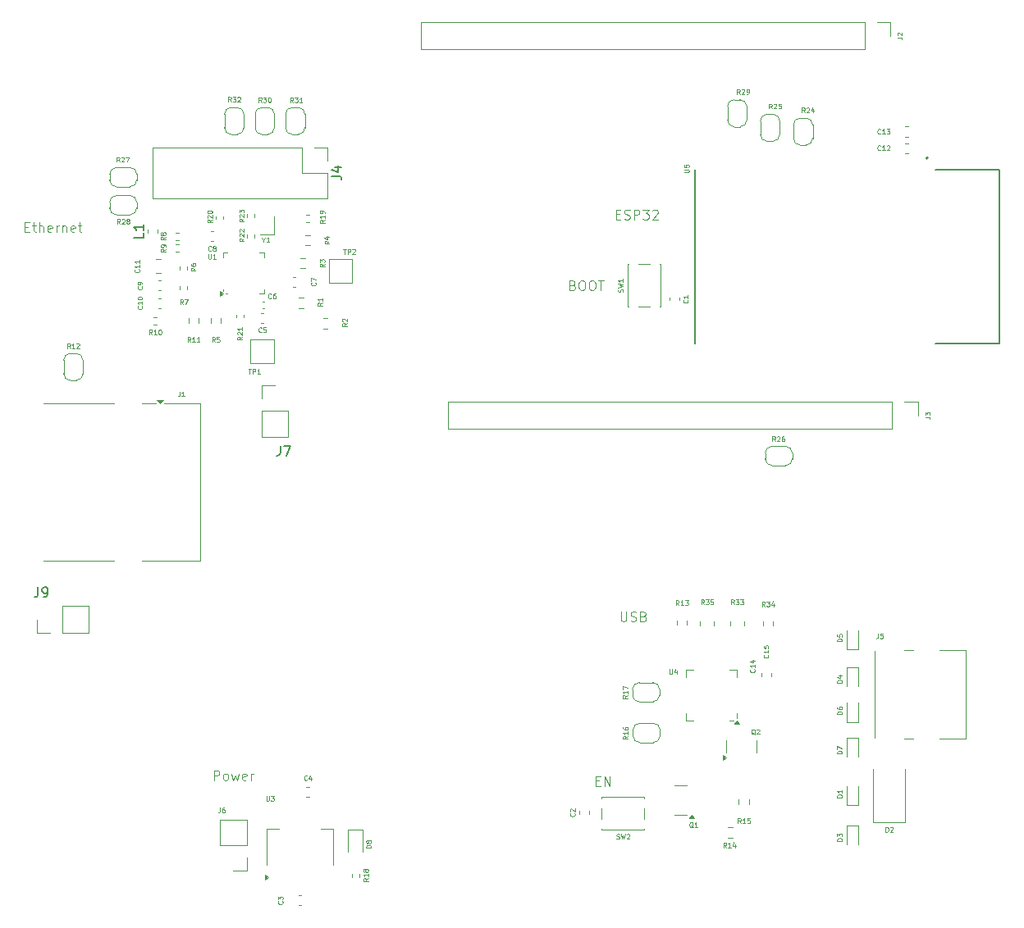
<source format=gbr>
%TF.GenerationSoftware,KiCad,Pcbnew,9.0.4*%
%TF.CreationDate,2025-10-22T11:27:05-07:00*%
%TF.ProjectId,EthernetBoardv1.1,45746865-726e-4657-9442-6f6172647631,rev?*%
%TF.SameCoordinates,Original*%
%TF.FileFunction,Legend,Top*%
%TF.FilePolarity,Positive*%
%FSLAX46Y46*%
G04 Gerber Fmt 4.6, Leading zero omitted, Abs format (unit mm)*
G04 Created by KiCad (PCBNEW 9.0.4) date 2025-10-22 11:27:05*
%MOMM*%
%LPD*%
G01*
G04 APERTURE LIST*
%ADD10C,0.100000*%
%ADD11C,0.125000*%
%ADD12C,0.150000*%
%ADD13C,0.120000*%
%ADD14C,0.127000*%
%ADD15C,0.200000*%
G04 APERTURE END LIST*
D10*
X123303884Y-106772419D02*
X123303884Y-107581942D01*
X123303884Y-107581942D02*
X123351503Y-107677180D01*
X123351503Y-107677180D02*
X123399122Y-107724800D01*
X123399122Y-107724800D02*
X123494360Y-107772419D01*
X123494360Y-107772419D02*
X123684836Y-107772419D01*
X123684836Y-107772419D02*
X123780074Y-107724800D01*
X123780074Y-107724800D02*
X123827693Y-107677180D01*
X123827693Y-107677180D02*
X123875312Y-107581942D01*
X123875312Y-107581942D02*
X123875312Y-106772419D01*
X124303884Y-107724800D02*
X124446741Y-107772419D01*
X124446741Y-107772419D02*
X124684836Y-107772419D01*
X124684836Y-107772419D02*
X124780074Y-107724800D01*
X124780074Y-107724800D02*
X124827693Y-107677180D01*
X124827693Y-107677180D02*
X124875312Y-107581942D01*
X124875312Y-107581942D02*
X124875312Y-107486704D01*
X124875312Y-107486704D02*
X124827693Y-107391466D01*
X124827693Y-107391466D02*
X124780074Y-107343847D01*
X124780074Y-107343847D02*
X124684836Y-107296228D01*
X124684836Y-107296228D02*
X124494360Y-107248609D01*
X124494360Y-107248609D02*
X124399122Y-107200990D01*
X124399122Y-107200990D02*
X124351503Y-107153371D01*
X124351503Y-107153371D02*
X124303884Y-107058133D01*
X124303884Y-107058133D02*
X124303884Y-106962895D01*
X124303884Y-106962895D02*
X124351503Y-106867657D01*
X124351503Y-106867657D02*
X124399122Y-106820038D01*
X124399122Y-106820038D02*
X124494360Y-106772419D01*
X124494360Y-106772419D02*
X124732455Y-106772419D01*
X124732455Y-106772419D02*
X124875312Y-106820038D01*
X125637217Y-107248609D02*
X125780074Y-107296228D01*
X125780074Y-107296228D02*
X125827693Y-107343847D01*
X125827693Y-107343847D02*
X125875312Y-107439085D01*
X125875312Y-107439085D02*
X125875312Y-107581942D01*
X125875312Y-107581942D02*
X125827693Y-107677180D01*
X125827693Y-107677180D02*
X125780074Y-107724800D01*
X125780074Y-107724800D02*
X125684836Y-107772419D01*
X125684836Y-107772419D02*
X125303884Y-107772419D01*
X125303884Y-107772419D02*
X125303884Y-106772419D01*
X125303884Y-106772419D02*
X125637217Y-106772419D01*
X125637217Y-106772419D02*
X125732455Y-106820038D01*
X125732455Y-106820038D02*
X125780074Y-106867657D01*
X125780074Y-106867657D02*
X125827693Y-106962895D01*
X125827693Y-106962895D02*
X125827693Y-107058133D01*
X125827693Y-107058133D02*
X125780074Y-107153371D01*
X125780074Y-107153371D02*
X125732455Y-107200990D01*
X125732455Y-107200990D02*
X125637217Y-107248609D01*
X125637217Y-107248609D02*
X125303884Y-107248609D01*
X122803884Y-65748609D02*
X123137217Y-65748609D01*
X123280074Y-66272419D02*
X122803884Y-66272419D01*
X122803884Y-66272419D02*
X122803884Y-65272419D01*
X122803884Y-65272419D02*
X123280074Y-65272419D01*
X123661027Y-66224800D02*
X123803884Y-66272419D01*
X123803884Y-66272419D02*
X124041979Y-66272419D01*
X124041979Y-66272419D02*
X124137217Y-66224800D01*
X124137217Y-66224800D02*
X124184836Y-66177180D01*
X124184836Y-66177180D02*
X124232455Y-66081942D01*
X124232455Y-66081942D02*
X124232455Y-65986704D01*
X124232455Y-65986704D02*
X124184836Y-65891466D01*
X124184836Y-65891466D02*
X124137217Y-65843847D01*
X124137217Y-65843847D02*
X124041979Y-65796228D01*
X124041979Y-65796228D02*
X123851503Y-65748609D01*
X123851503Y-65748609D02*
X123756265Y-65700990D01*
X123756265Y-65700990D02*
X123708646Y-65653371D01*
X123708646Y-65653371D02*
X123661027Y-65558133D01*
X123661027Y-65558133D02*
X123661027Y-65462895D01*
X123661027Y-65462895D02*
X123708646Y-65367657D01*
X123708646Y-65367657D02*
X123756265Y-65320038D01*
X123756265Y-65320038D02*
X123851503Y-65272419D01*
X123851503Y-65272419D02*
X124089598Y-65272419D01*
X124089598Y-65272419D02*
X124232455Y-65320038D01*
X124661027Y-66272419D02*
X124661027Y-65272419D01*
X124661027Y-65272419D02*
X125041979Y-65272419D01*
X125041979Y-65272419D02*
X125137217Y-65320038D01*
X125137217Y-65320038D02*
X125184836Y-65367657D01*
X125184836Y-65367657D02*
X125232455Y-65462895D01*
X125232455Y-65462895D02*
X125232455Y-65605752D01*
X125232455Y-65605752D02*
X125184836Y-65700990D01*
X125184836Y-65700990D02*
X125137217Y-65748609D01*
X125137217Y-65748609D02*
X125041979Y-65796228D01*
X125041979Y-65796228D02*
X124661027Y-65796228D01*
X125565789Y-65272419D02*
X126184836Y-65272419D01*
X126184836Y-65272419D02*
X125851503Y-65653371D01*
X125851503Y-65653371D02*
X125994360Y-65653371D01*
X125994360Y-65653371D02*
X126089598Y-65700990D01*
X126089598Y-65700990D02*
X126137217Y-65748609D01*
X126137217Y-65748609D02*
X126184836Y-65843847D01*
X126184836Y-65843847D02*
X126184836Y-66081942D01*
X126184836Y-66081942D02*
X126137217Y-66177180D01*
X126137217Y-66177180D02*
X126089598Y-66224800D01*
X126089598Y-66224800D02*
X125994360Y-66272419D01*
X125994360Y-66272419D02*
X125708646Y-66272419D01*
X125708646Y-66272419D02*
X125613408Y-66224800D01*
X125613408Y-66224800D02*
X125565789Y-66177180D01*
X126565789Y-65367657D02*
X126613408Y-65320038D01*
X126613408Y-65320038D02*
X126708646Y-65272419D01*
X126708646Y-65272419D02*
X126946741Y-65272419D01*
X126946741Y-65272419D02*
X127041979Y-65320038D01*
X127041979Y-65320038D02*
X127089598Y-65367657D01*
X127089598Y-65367657D02*
X127137217Y-65462895D01*
X127137217Y-65462895D02*
X127137217Y-65558133D01*
X127137217Y-65558133D02*
X127089598Y-65700990D01*
X127089598Y-65700990D02*
X126518170Y-66272419D01*
X126518170Y-66272419D02*
X127137217Y-66272419D01*
X61803884Y-67048609D02*
X62137217Y-67048609D01*
X62280074Y-67572419D02*
X61803884Y-67572419D01*
X61803884Y-67572419D02*
X61803884Y-66572419D01*
X61803884Y-66572419D02*
X62280074Y-66572419D01*
X62565789Y-66905752D02*
X62946741Y-66905752D01*
X62708646Y-66572419D02*
X62708646Y-67429561D01*
X62708646Y-67429561D02*
X62756265Y-67524800D01*
X62756265Y-67524800D02*
X62851503Y-67572419D01*
X62851503Y-67572419D02*
X62946741Y-67572419D01*
X63280075Y-67572419D02*
X63280075Y-66572419D01*
X63708646Y-67572419D02*
X63708646Y-67048609D01*
X63708646Y-67048609D02*
X63661027Y-66953371D01*
X63661027Y-66953371D02*
X63565789Y-66905752D01*
X63565789Y-66905752D02*
X63422932Y-66905752D01*
X63422932Y-66905752D02*
X63327694Y-66953371D01*
X63327694Y-66953371D02*
X63280075Y-67000990D01*
X64565789Y-67524800D02*
X64470551Y-67572419D01*
X64470551Y-67572419D02*
X64280075Y-67572419D01*
X64280075Y-67572419D02*
X64184837Y-67524800D01*
X64184837Y-67524800D02*
X64137218Y-67429561D01*
X64137218Y-67429561D02*
X64137218Y-67048609D01*
X64137218Y-67048609D02*
X64184837Y-66953371D01*
X64184837Y-66953371D02*
X64280075Y-66905752D01*
X64280075Y-66905752D02*
X64470551Y-66905752D01*
X64470551Y-66905752D02*
X64565789Y-66953371D01*
X64565789Y-66953371D02*
X64613408Y-67048609D01*
X64613408Y-67048609D02*
X64613408Y-67143847D01*
X64613408Y-67143847D02*
X64137218Y-67239085D01*
X65041980Y-67572419D02*
X65041980Y-66905752D01*
X65041980Y-67096228D02*
X65089599Y-67000990D01*
X65089599Y-67000990D02*
X65137218Y-66953371D01*
X65137218Y-66953371D02*
X65232456Y-66905752D01*
X65232456Y-66905752D02*
X65327694Y-66905752D01*
X65661028Y-66905752D02*
X65661028Y-67572419D01*
X65661028Y-67000990D02*
X65708647Y-66953371D01*
X65708647Y-66953371D02*
X65803885Y-66905752D01*
X65803885Y-66905752D02*
X65946742Y-66905752D01*
X65946742Y-66905752D02*
X66041980Y-66953371D01*
X66041980Y-66953371D02*
X66089599Y-67048609D01*
X66089599Y-67048609D02*
X66089599Y-67572419D01*
X66946742Y-67524800D02*
X66851504Y-67572419D01*
X66851504Y-67572419D02*
X66661028Y-67572419D01*
X66661028Y-67572419D02*
X66565790Y-67524800D01*
X66565790Y-67524800D02*
X66518171Y-67429561D01*
X66518171Y-67429561D02*
X66518171Y-67048609D01*
X66518171Y-67048609D02*
X66565790Y-66953371D01*
X66565790Y-66953371D02*
X66661028Y-66905752D01*
X66661028Y-66905752D02*
X66851504Y-66905752D01*
X66851504Y-66905752D02*
X66946742Y-66953371D01*
X66946742Y-66953371D02*
X66994361Y-67048609D01*
X66994361Y-67048609D02*
X66994361Y-67143847D01*
X66994361Y-67143847D02*
X66518171Y-67239085D01*
X67280076Y-66905752D02*
X67661028Y-66905752D01*
X67422933Y-66572419D02*
X67422933Y-67429561D01*
X67422933Y-67429561D02*
X67470552Y-67524800D01*
X67470552Y-67524800D02*
X67565790Y-67572419D01*
X67565790Y-67572419D02*
X67661028Y-67572419D01*
X81303884Y-124172419D02*
X81303884Y-123172419D01*
X81303884Y-123172419D02*
X81684836Y-123172419D01*
X81684836Y-123172419D02*
X81780074Y-123220038D01*
X81780074Y-123220038D02*
X81827693Y-123267657D01*
X81827693Y-123267657D02*
X81875312Y-123362895D01*
X81875312Y-123362895D02*
X81875312Y-123505752D01*
X81875312Y-123505752D02*
X81827693Y-123600990D01*
X81827693Y-123600990D02*
X81780074Y-123648609D01*
X81780074Y-123648609D02*
X81684836Y-123696228D01*
X81684836Y-123696228D02*
X81303884Y-123696228D01*
X82446741Y-124172419D02*
X82351503Y-124124800D01*
X82351503Y-124124800D02*
X82303884Y-124077180D01*
X82303884Y-124077180D02*
X82256265Y-123981942D01*
X82256265Y-123981942D02*
X82256265Y-123696228D01*
X82256265Y-123696228D02*
X82303884Y-123600990D01*
X82303884Y-123600990D02*
X82351503Y-123553371D01*
X82351503Y-123553371D02*
X82446741Y-123505752D01*
X82446741Y-123505752D02*
X82589598Y-123505752D01*
X82589598Y-123505752D02*
X82684836Y-123553371D01*
X82684836Y-123553371D02*
X82732455Y-123600990D01*
X82732455Y-123600990D02*
X82780074Y-123696228D01*
X82780074Y-123696228D02*
X82780074Y-123981942D01*
X82780074Y-123981942D02*
X82732455Y-124077180D01*
X82732455Y-124077180D02*
X82684836Y-124124800D01*
X82684836Y-124124800D02*
X82589598Y-124172419D01*
X82589598Y-124172419D02*
X82446741Y-124172419D01*
X83113408Y-123505752D02*
X83303884Y-124172419D01*
X83303884Y-124172419D02*
X83494360Y-123696228D01*
X83494360Y-123696228D02*
X83684836Y-124172419D01*
X83684836Y-124172419D02*
X83875312Y-123505752D01*
X84637217Y-124124800D02*
X84541979Y-124172419D01*
X84541979Y-124172419D02*
X84351503Y-124172419D01*
X84351503Y-124172419D02*
X84256265Y-124124800D01*
X84256265Y-124124800D02*
X84208646Y-124029561D01*
X84208646Y-124029561D02*
X84208646Y-123648609D01*
X84208646Y-123648609D02*
X84256265Y-123553371D01*
X84256265Y-123553371D02*
X84351503Y-123505752D01*
X84351503Y-123505752D02*
X84541979Y-123505752D01*
X84541979Y-123505752D02*
X84637217Y-123553371D01*
X84637217Y-123553371D02*
X84684836Y-123648609D01*
X84684836Y-123648609D02*
X84684836Y-123743847D01*
X84684836Y-123743847D02*
X84208646Y-123839085D01*
X85113408Y-124172419D02*
X85113408Y-123505752D01*
X85113408Y-123696228D02*
X85161027Y-123600990D01*
X85161027Y-123600990D02*
X85208646Y-123553371D01*
X85208646Y-123553371D02*
X85303884Y-123505752D01*
X85303884Y-123505752D02*
X85399122Y-123505752D01*
X118337217Y-73048609D02*
X118480074Y-73096228D01*
X118480074Y-73096228D02*
X118527693Y-73143847D01*
X118527693Y-73143847D02*
X118575312Y-73239085D01*
X118575312Y-73239085D02*
X118575312Y-73381942D01*
X118575312Y-73381942D02*
X118527693Y-73477180D01*
X118527693Y-73477180D02*
X118480074Y-73524800D01*
X118480074Y-73524800D02*
X118384836Y-73572419D01*
X118384836Y-73572419D02*
X118003884Y-73572419D01*
X118003884Y-73572419D02*
X118003884Y-72572419D01*
X118003884Y-72572419D02*
X118337217Y-72572419D01*
X118337217Y-72572419D02*
X118432455Y-72620038D01*
X118432455Y-72620038D02*
X118480074Y-72667657D01*
X118480074Y-72667657D02*
X118527693Y-72762895D01*
X118527693Y-72762895D02*
X118527693Y-72858133D01*
X118527693Y-72858133D02*
X118480074Y-72953371D01*
X118480074Y-72953371D02*
X118432455Y-73000990D01*
X118432455Y-73000990D02*
X118337217Y-73048609D01*
X118337217Y-73048609D02*
X118003884Y-73048609D01*
X119194360Y-72572419D02*
X119384836Y-72572419D01*
X119384836Y-72572419D02*
X119480074Y-72620038D01*
X119480074Y-72620038D02*
X119575312Y-72715276D01*
X119575312Y-72715276D02*
X119622931Y-72905752D01*
X119622931Y-72905752D02*
X119622931Y-73239085D01*
X119622931Y-73239085D02*
X119575312Y-73429561D01*
X119575312Y-73429561D02*
X119480074Y-73524800D01*
X119480074Y-73524800D02*
X119384836Y-73572419D01*
X119384836Y-73572419D02*
X119194360Y-73572419D01*
X119194360Y-73572419D02*
X119099122Y-73524800D01*
X119099122Y-73524800D02*
X119003884Y-73429561D01*
X119003884Y-73429561D02*
X118956265Y-73239085D01*
X118956265Y-73239085D02*
X118956265Y-72905752D01*
X118956265Y-72905752D02*
X119003884Y-72715276D01*
X119003884Y-72715276D02*
X119099122Y-72620038D01*
X119099122Y-72620038D02*
X119194360Y-72572419D01*
X120241979Y-72572419D02*
X120432455Y-72572419D01*
X120432455Y-72572419D02*
X120527693Y-72620038D01*
X120527693Y-72620038D02*
X120622931Y-72715276D01*
X120622931Y-72715276D02*
X120670550Y-72905752D01*
X120670550Y-72905752D02*
X120670550Y-73239085D01*
X120670550Y-73239085D02*
X120622931Y-73429561D01*
X120622931Y-73429561D02*
X120527693Y-73524800D01*
X120527693Y-73524800D02*
X120432455Y-73572419D01*
X120432455Y-73572419D02*
X120241979Y-73572419D01*
X120241979Y-73572419D02*
X120146741Y-73524800D01*
X120146741Y-73524800D02*
X120051503Y-73429561D01*
X120051503Y-73429561D02*
X120003884Y-73239085D01*
X120003884Y-73239085D02*
X120003884Y-72905752D01*
X120003884Y-72905752D02*
X120051503Y-72715276D01*
X120051503Y-72715276D02*
X120146741Y-72620038D01*
X120146741Y-72620038D02*
X120241979Y-72572419D01*
X120956265Y-72572419D02*
X121527693Y-72572419D01*
X121241979Y-73572419D02*
X121241979Y-72572419D01*
X120703884Y-124248609D02*
X121037217Y-124248609D01*
X121180074Y-124772419D02*
X120703884Y-124772419D01*
X120703884Y-124772419D02*
X120703884Y-123772419D01*
X120703884Y-123772419D02*
X121180074Y-123772419D01*
X121608646Y-124772419D02*
X121608646Y-123772419D01*
X121608646Y-123772419D02*
X122180074Y-124772419D01*
X122180074Y-124772419D02*
X122180074Y-123772419D01*
D11*
X71578571Y-60324809D02*
X71411905Y-60086714D01*
X71292857Y-60324809D02*
X71292857Y-59824809D01*
X71292857Y-59824809D02*
X71483333Y-59824809D01*
X71483333Y-59824809D02*
X71530952Y-59848619D01*
X71530952Y-59848619D02*
X71554762Y-59872428D01*
X71554762Y-59872428D02*
X71578571Y-59920047D01*
X71578571Y-59920047D02*
X71578571Y-59991476D01*
X71578571Y-59991476D02*
X71554762Y-60039095D01*
X71554762Y-60039095D02*
X71530952Y-60062904D01*
X71530952Y-60062904D02*
X71483333Y-60086714D01*
X71483333Y-60086714D02*
X71292857Y-60086714D01*
X71769048Y-59872428D02*
X71792857Y-59848619D01*
X71792857Y-59848619D02*
X71840476Y-59824809D01*
X71840476Y-59824809D02*
X71959524Y-59824809D01*
X71959524Y-59824809D02*
X72007143Y-59848619D01*
X72007143Y-59848619D02*
X72030952Y-59872428D01*
X72030952Y-59872428D02*
X72054762Y-59920047D01*
X72054762Y-59920047D02*
X72054762Y-59967666D01*
X72054762Y-59967666D02*
X72030952Y-60039095D01*
X72030952Y-60039095D02*
X71745238Y-60324809D01*
X71745238Y-60324809D02*
X72054762Y-60324809D01*
X72221428Y-59824809D02*
X72554761Y-59824809D01*
X72554761Y-59824809D02*
X72340476Y-60324809D01*
X149833333Y-109024809D02*
X149833333Y-109381952D01*
X149833333Y-109381952D02*
X149809524Y-109453380D01*
X149809524Y-109453380D02*
X149761905Y-109501000D01*
X149761905Y-109501000D02*
X149690476Y-109524809D01*
X149690476Y-109524809D02*
X149642857Y-109524809D01*
X150309523Y-109024809D02*
X150071428Y-109024809D01*
X150071428Y-109024809D02*
X150047619Y-109262904D01*
X150047619Y-109262904D02*
X150071428Y-109239095D01*
X150071428Y-109239095D02*
X150119047Y-109215285D01*
X150119047Y-109215285D02*
X150238095Y-109215285D01*
X150238095Y-109215285D02*
X150285714Y-109239095D01*
X150285714Y-109239095D02*
X150309523Y-109262904D01*
X150309523Y-109262904D02*
X150333333Y-109310523D01*
X150333333Y-109310523D02*
X150333333Y-109429571D01*
X150333333Y-109429571D02*
X150309523Y-109477190D01*
X150309523Y-109477190D02*
X150285714Y-109501000D01*
X150285714Y-109501000D02*
X150238095Y-109524809D01*
X150238095Y-109524809D02*
X150119047Y-109524809D01*
X150119047Y-109524809D02*
X150071428Y-109501000D01*
X150071428Y-109501000D02*
X150047619Y-109477190D01*
X79424809Y-71283333D02*
X79186714Y-71449999D01*
X79424809Y-71569047D02*
X78924809Y-71569047D01*
X78924809Y-71569047D02*
X78924809Y-71378571D01*
X78924809Y-71378571D02*
X78948619Y-71330952D01*
X78948619Y-71330952D02*
X78972428Y-71307142D01*
X78972428Y-71307142D02*
X79020047Y-71283333D01*
X79020047Y-71283333D02*
X79091476Y-71283333D01*
X79091476Y-71283333D02*
X79139095Y-71307142D01*
X79139095Y-71307142D02*
X79162904Y-71330952D01*
X79162904Y-71330952D02*
X79186714Y-71378571D01*
X79186714Y-71378571D02*
X79186714Y-71569047D01*
X78924809Y-70854761D02*
X78924809Y-70949999D01*
X78924809Y-70949999D02*
X78948619Y-70997618D01*
X78948619Y-70997618D02*
X78972428Y-71021428D01*
X78972428Y-71021428D02*
X79043857Y-71069047D01*
X79043857Y-71069047D02*
X79139095Y-71092856D01*
X79139095Y-71092856D02*
X79329571Y-71092856D01*
X79329571Y-71092856D02*
X79377190Y-71069047D01*
X79377190Y-71069047D02*
X79401000Y-71045237D01*
X79401000Y-71045237D02*
X79424809Y-70997618D01*
X79424809Y-70997618D02*
X79424809Y-70902380D01*
X79424809Y-70902380D02*
X79401000Y-70854761D01*
X79401000Y-70854761D02*
X79377190Y-70830952D01*
X79377190Y-70830952D02*
X79329571Y-70807142D01*
X79329571Y-70807142D02*
X79210523Y-70807142D01*
X79210523Y-70807142D02*
X79162904Y-70830952D01*
X79162904Y-70830952D02*
X79139095Y-70854761D01*
X79139095Y-70854761D02*
X79115285Y-70902380D01*
X79115285Y-70902380D02*
X79115285Y-70997618D01*
X79115285Y-70997618D02*
X79139095Y-71045237D01*
X79139095Y-71045237D02*
X79162904Y-71069047D01*
X79162904Y-71069047D02*
X79210523Y-71092856D01*
X93224809Y-68483333D02*
X92986714Y-68649999D01*
X93224809Y-68769047D02*
X92724809Y-68769047D01*
X92724809Y-68769047D02*
X92724809Y-68578571D01*
X92724809Y-68578571D02*
X92748619Y-68530952D01*
X92748619Y-68530952D02*
X92772428Y-68507142D01*
X92772428Y-68507142D02*
X92820047Y-68483333D01*
X92820047Y-68483333D02*
X92891476Y-68483333D01*
X92891476Y-68483333D02*
X92939095Y-68507142D01*
X92939095Y-68507142D02*
X92962904Y-68530952D01*
X92962904Y-68530952D02*
X92986714Y-68578571D01*
X92986714Y-68578571D02*
X92986714Y-68769047D01*
X92891476Y-68054761D02*
X93224809Y-68054761D01*
X92701000Y-68173809D02*
X93058142Y-68292856D01*
X93058142Y-68292856D02*
X93058142Y-67983333D01*
X146124809Y-117351047D02*
X145624809Y-117351047D01*
X145624809Y-117351047D02*
X145624809Y-117231999D01*
X145624809Y-117231999D02*
X145648619Y-117160571D01*
X145648619Y-117160571D02*
X145696238Y-117112952D01*
X145696238Y-117112952D02*
X145743857Y-117089142D01*
X145743857Y-117089142D02*
X145839095Y-117065333D01*
X145839095Y-117065333D02*
X145910523Y-117065333D01*
X145910523Y-117065333D02*
X146005761Y-117089142D01*
X146005761Y-117089142D02*
X146053380Y-117112952D01*
X146053380Y-117112952D02*
X146101000Y-117160571D01*
X146101000Y-117160571D02*
X146124809Y-117231999D01*
X146124809Y-117231999D02*
X146124809Y-117351047D01*
X145624809Y-116636761D02*
X145624809Y-116731999D01*
X145624809Y-116731999D02*
X145648619Y-116779618D01*
X145648619Y-116779618D02*
X145672428Y-116803428D01*
X145672428Y-116803428D02*
X145743857Y-116851047D01*
X145743857Y-116851047D02*
X145839095Y-116874856D01*
X145839095Y-116874856D02*
X146029571Y-116874856D01*
X146029571Y-116874856D02*
X146077190Y-116851047D01*
X146077190Y-116851047D02*
X146101000Y-116827237D01*
X146101000Y-116827237D02*
X146124809Y-116779618D01*
X146124809Y-116779618D02*
X146124809Y-116684380D01*
X146124809Y-116684380D02*
X146101000Y-116636761D01*
X146101000Y-116636761D02*
X146077190Y-116612952D01*
X146077190Y-116612952D02*
X146029571Y-116589142D01*
X146029571Y-116589142D02*
X145910523Y-116589142D01*
X145910523Y-116589142D02*
X145862904Y-116612952D01*
X145862904Y-116612952D02*
X145839095Y-116636761D01*
X145839095Y-116636761D02*
X145815285Y-116684380D01*
X145815285Y-116684380D02*
X145815285Y-116779618D01*
X145815285Y-116779618D02*
X145839095Y-116827237D01*
X145839095Y-116827237D02*
X145862904Y-116851047D01*
X145862904Y-116851047D02*
X145910523Y-116874856D01*
X146124809Y-130451047D02*
X145624809Y-130451047D01*
X145624809Y-130451047D02*
X145624809Y-130331999D01*
X145624809Y-130331999D02*
X145648619Y-130260571D01*
X145648619Y-130260571D02*
X145696238Y-130212952D01*
X145696238Y-130212952D02*
X145743857Y-130189142D01*
X145743857Y-130189142D02*
X145839095Y-130165333D01*
X145839095Y-130165333D02*
X145910523Y-130165333D01*
X145910523Y-130165333D02*
X146005761Y-130189142D01*
X146005761Y-130189142D02*
X146053380Y-130212952D01*
X146053380Y-130212952D02*
X146101000Y-130260571D01*
X146101000Y-130260571D02*
X146124809Y-130331999D01*
X146124809Y-130331999D02*
X146124809Y-130451047D01*
X145624809Y-129998666D02*
X145624809Y-129689142D01*
X145624809Y-129689142D02*
X145815285Y-129855809D01*
X145815285Y-129855809D02*
X145815285Y-129784380D01*
X145815285Y-129784380D02*
X145839095Y-129736761D01*
X145839095Y-129736761D02*
X145862904Y-129712952D01*
X145862904Y-129712952D02*
X145910523Y-129689142D01*
X145910523Y-129689142D02*
X146029571Y-129689142D01*
X146029571Y-129689142D02*
X146077190Y-129712952D01*
X146077190Y-129712952D02*
X146101000Y-129736761D01*
X146101000Y-129736761D02*
X146124809Y-129784380D01*
X146124809Y-129784380D02*
X146124809Y-129927237D01*
X146124809Y-129927237D02*
X146101000Y-129974856D01*
X146101000Y-129974856D02*
X146077190Y-129998666D01*
X84424809Y-68221428D02*
X84186714Y-68388094D01*
X84424809Y-68507142D02*
X83924809Y-68507142D01*
X83924809Y-68507142D02*
X83924809Y-68316666D01*
X83924809Y-68316666D02*
X83948619Y-68269047D01*
X83948619Y-68269047D02*
X83972428Y-68245237D01*
X83972428Y-68245237D02*
X84020047Y-68221428D01*
X84020047Y-68221428D02*
X84091476Y-68221428D01*
X84091476Y-68221428D02*
X84139095Y-68245237D01*
X84139095Y-68245237D02*
X84162904Y-68269047D01*
X84162904Y-68269047D02*
X84186714Y-68316666D01*
X84186714Y-68316666D02*
X84186714Y-68507142D01*
X83972428Y-68030951D02*
X83948619Y-68007142D01*
X83948619Y-68007142D02*
X83924809Y-67959523D01*
X83924809Y-67959523D02*
X83924809Y-67840475D01*
X83924809Y-67840475D02*
X83948619Y-67792856D01*
X83948619Y-67792856D02*
X83972428Y-67769047D01*
X83972428Y-67769047D02*
X84020047Y-67745237D01*
X84020047Y-67745237D02*
X84067666Y-67745237D01*
X84067666Y-67745237D02*
X84139095Y-67769047D01*
X84139095Y-67769047D02*
X84424809Y-68054761D01*
X84424809Y-68054761D02*
X84424809Y-67745237D01*
X83972428Y-67554761D02*
X83948619Y-67530952D01*
X83948619Y-67530952D02*
X83924809Y-67483333D01*
X83924809Y-67483333D02*
X83924809Y-67364285D01*
X83924809Y-67364285D02*
X83948619Y-67316666D01*
X83948619Y-67316666D02*
X83972428Y-67292857D01*
X83972428Y-67292857D02*
X84020047Y-67269047D01*
X84020047Y-67269047D02*
X84067666Y-67269047D01*
X84067666Y-67269047D02*
X84139095Y-67292857D01*
X84139095Y-67292857D02*
X84424809Y-67578571D01*
X84424809Y-67578571D02*
X84424809Y-67269047D01*
X92524809Y-74883333D02*
X92286714Y-75049999D01*
X92524809Y-75169047D02*
X92024809Y-75169047D01*
X92024809Y-75169047D02*
X92024809Y-74978571D01*
X92024809Y-74978571D02*
X92048619Y-74930952D01*
X92048619Y-74930952D02*
X92072428Y-74907142D01*
X92072428Y-74907142D02*
X92120047Y-74883333D01*
X92120047Y-74883333D02*
X92191476Y-74883333D01*
X92191476Y-74883333D02*
X92239095Y-74907142D01*
X92239095Y-74907142D02*
X92262904Y-74930952D01*
X92262904Y-74930952D02*
X92286714Y-74978571D01*
X92286714Y-74978571D02*
X92286714Y-75169047D01*
X92524809Y-74407142D02*
X92524809Y-74692856D01*
X92524809Y-74549999D02*
X92024809Y-74549999D01*
X92024809Y-74549999D02*
X92096238Y-74597618D01*
X92096238Y-74597618D02*
X92143857Y-74645237D01*
X92143857Y-74645237D02*
X92167666Y-74692856D01*
X129824809Y-61380952D02*
X130229571Y-61380952D01*
X130229571Y-61380952D02*
X130277190Y-61357142D01*
X130277190Y-61357142D02*
X130301000Y-61333333D01*
X130301000Y-61333333D02*
X130324809Y-61285714D01*
X130324809Y-61285714D02*
X130324809Y-61190476D01*
X130324809Y-61190476D02*
X130301000Y-61142857D01*
X130301000Y-61142857D02*
X130277190Y-61119047D01*
X130277190Y-61119047D02*
X130229571Y-61095238D01*
X130229571Y-61095238D02*
X129824809Y-61095238D01*
X129824809Y-60619047D02*
X129824809Y-60857142D01*
X129824809Y-60857142D02*
X130062904Y-60880951D01*
X130062904Y-60880951D02*
X130039095Y-60857142D01*
X130039095Y-60857142D02*
X130015285Y-60809523D01*
X130015285Y-60809523D02*
X130015285Y-60690475D01*
X130015285Y-60690475D02*
X130039095Y-60642856D01*
X130039095Y-60642856D02*
X130062904Y-60619047D01*
X130062904Y-60619047D02*
X130110523Y-60595237D01*
X130110523Y-60595237D02*
X130229571Y-60595237D01*
X130229571Y-60595237D02*
X130277190Y-60619047D01*
X130277190Y-60619047D02*
X130301000Y-60642856D01*
X130301000Y-60642856D02*
X130324809Y-60690475D01*
X130324809Y-60690475D02*
X130324809Y-60809523D01*
X130324809Y-60809523D02*
X130301000Y-60857142D01*
X130301000Y-60857142D02*
X130277190Y-60880951D01*
X74928571Y-78144809D02*
X74761905Y-77906714D01*
X74642857Y-78144809D02*
X74642857Y-77644809D01*
X74642857Y-77644809D02*
X74833333Y-77644809D01*
X74833333Y-77644809D02*
X74880952Y-77668619D01*
X74880952Y-77668619D02*
X74904762Y-77692428D01*
X74904762Y-77692428D02*
X74928571Y-77740047D01*
X74928571Y-77740047D02*
X74928571Y-77811476D01*
X74928571Y-77811476D02*
X74904762Y-77859095D01*
X74904762Y-77859095D02*
X74880952Y-77882904D01*
X74880952Y-77882904D02*
X74833333Y-77906714D01*
X74833333Y-77906714D02*
X74642857Y-77906714D01*
X75404762Y-78144809D02*
X75119048Y-78144809D01*
X75261905Y-78144809D02*
X75261905Y-77644809D01*
X75261905Y-77644809D02*
X75214286Y-77716238D01*
X75214286Y-77716238D02*
X75166667Y-77763857D01*
X75166667Y-77763857D02*
X75119048Y-77787666D01*
X75714285Y-77644809D02*
X75761904Y-77644809D01*
X75761904Y-77644809D02*
X75809523Y-77668619D01*
X75809523Y-77668619D02*
X75833333Y-77692428D01*
X75833333Y-77692428D02*
X75857142Y-77740047D01*
X75857142Y-77740047D02*
X75880952Y-77835285D01*
X75880952Y-77835285D02*
X75880952Y-77954333D01*
X75880952Y-77954333D02*
X75857142Y-78049571D01*
X75857142Y-78049571D02*
X75833333Y-78097190D01*
X75833333Y-78097190D02*
X75809523Y-78121000D01*
X75809523Y-78121000D02*
X75761904Y-78144809D01*
X75761904Y-78144809D02*
X75714285Y-78144809D01*
X75714285Y-78144809D02*
X75666666Y-78121000D01*
X75666666Y-78121000D02*
X75642857Y-78097190D01*
X75642857Y-78097190D02*
X75619047Y-78049571D01*
X75619047Y-78049571D02*
X75595238Y-77954333D01*
X75595238Y-77954333D02*
X75595238Y-77835285D01*
X75595238Y-77835285D02*
X75619047Y-77740047D01*
X75619047Y-77740047D02*
X75642857Y-77692428D01*
X75642857Y-77692428D02*
X75666666Y-77668619D01*
X75666666Y-77668619D02*
X75714285Y-77644809D01*
X130177190Y-74583333D02*
X130201000Y-74607142D01*
X130201000Y-74607142D02*
X130224809Y-74678571D01*
X130224809Y-74678571D02*
X130224809Y-74726190D01*
X130224809Y-74726190D02*
X130201000Y-74797618D01*
X130201000Y-74797618D02*
X130153380Y-74845237D01*
X130153380Y-74845237D02*
X130105761Y-74869047D01*
X130105761Y-74869047D02*
X130010523Y-74892856D01*
X130010523Y-74892856D02*
X129939095Y-74892856D01*
X129939095Y-74892856D02*
X129843857Y-74869047D01*
X129843857Y-74869047D02*
X129796238Y-74845237D01*
X129796238Y-74845237D02*
X129748619Y-74797618D01*
X129748619Y-74797618D02*
X129724809Y-74726190D01*
X129724809Y-74726190D02*
X129724809Y-74678571D01*
X129724809Y-74678571D02*
X129748619Y-74607142D01*
X129748619Y-74607142D02*
X129772428Y-74583333D01*
X130224809Y-74107142D02*
X130224809Y-74392856D01*
X130224809Y-74249999D02*
X129724809Y-74249999D01*
X129724809Y-74249999D02*
X129796238Y-74297618D01*
X129796238Y-74297618D02*
X129843857Y-74345237D01*
X129843857Y-74345237D02*
X129867666Y-74392856D01*
X137077190Y-112721428D02*
X137101000Y-112745237D01*
X137101000Y-112745237D02*
X137124809Y-112816666D01*
X137124809Y-112816666D02*
X137124809Y-112864285D01*
X137124809Y-112864285D02*
X137101000Y-112935713D01*
X137101000Y-112935713D02*
X137053380Y-112983332D01*
X137053380Y-112983332D02*
X137005761Y-113007142D01*
X137005761Y-113007142D02*
X136910523Y-113030951D01*
X136910523Y-113030951D02*
X136839095Y-113030951D01*
X136839095Y-113030951D02*
X136743857Y-113007142D01*
X136743857Y-113007142D02*
X136696238Y-112983332D01*
X136696238Y-112983332D02*
X136648619Y-112935713D01*
X136648619Y-112935713D02*
X136624809Y-112864285D01*
X136624809Y-112864285D02*
X136624809Y-112816666D01*
X136624809Y-112816666D02*
X136648619Y-112745237D01*
X136648619Y-112745237D02*
X136672428Y-112721428D01*
X137124809Y-112245237D02*
X137124809Y-112530951D01*
X137124809Y-112388094D02*
X136624809Y-112388094D01*
X136624809Y-112388094D02*
X136696238Y-112435713D01*
X136696238Y-112435713D02*
X136743857Y-112483332D01*
X136743857Y-112483332D02*
X136767666Y-112530951D01*
X136791476Y-111816666D02*
X137124809Y-111816666D01*
X136601000Y-111935714D02*
X136958142Y-112054761D01*
X136958142Y-112054761D02*
X136958142Y-111745238D01*
X92724809Y-70883333D02*
X92486714Y-71049999D01*
X92724809Y-71169047D02*
X92224809Y-71169047D01*
X92224809Y-71169047D02*
X92224809Y-70978571D01*
X92224809Y-70978571D02*
X92248619Y-70930952D01*
X92248619Y-70930952D02*
X92272428Y-70907142D01*
X92272428Y-70907142D02*
X92320047Y-70883333D01*
X92320047Y-70883333D02*
X92391476Y-70883333D01*
X92391476Y-70883333D02*
X92439095Y-70907142D01*
X92439095Y-70907142D02*
X92462904Y-70930952D01*
X92462904Y-70930952D02*
X92486714Y-70978571D01*
X92486714Y-70978571D02*
X92486714Y-71169047D01*
X92224809Y-70716666D02*
X92224809Y-70407142D01*
X92224809Y-70407142D02*
X92415285Y-70573809D01*
X92415285Y-70573809D02*
X92415285Y-70502380D01*
X92415285Y-70502380D02*
X92439095Y-70454761D01*
X92439095Y-70454761D02*
X92462904Y-70430952D01*
X92462904Y-70430952D02*
X92510523Y-70407142D01*
X92510523Y-70407142D02*
X92629571Y-70407142D01*
X92629571Y-70407142D02*
X92677190Y-70430952D01*
X92677190Y-70430952D02*
X92701000Y-70454761D01*
X92701000Y-70454761D02*
X92724809Y-70502380D01*
X92724809Y-70502380D02*
X92724809Y-70645237D01*
X92724809Y-70645237D02*
X92701000Y-70692856D01*
X92701000Y-70692856D02*
X92677190Y-70716666D01*
X89478571Y-54174809D02*
X89311905Y-53936714D01*
X89192857Y-54174809D02*
X89192857Y-53674809D01*
X89192857Y-53674809D02*
X89383333Y-53674809D01*
X89383333Y-53674809D02*
X89430952Y-53698619D01*
X89430952Y-53698619D02*
X89454762Y-53722428D01*
X89454762Y-53722428D02*
X89478571Y-53770047D01*
X89478571Y-53770047D02*
X89478571Y-53841476D01*
X89478571Y-53841476D02*
X89454762Y-53889095D01*
X89454762Y-53889095D02*
X89430952Y-53912904D01*
X89430952Y-53912904D02*
X89383333Y-53936714D01*
X89383333Y-53936714D02*
X89192857Y-53936714D01*
X89645238Y-53674809D02*
X89954762Y-53674809D01*
X89954762Y-53674809D02*
X89788095Y-53865285D01*
X89788095Y-53865285D02*
X89859524Y-53865285D01*
X89859524Y-53865285D02*
X89907143Y-53889095D01*
X89907143Y-53889095D02*
X89930952Y-53912904D01*
X89930952Y-53912904D02*
X89954762Y-53960523D01*
X89954762Y-53960523D02*
X89954762Y-54079571D01*
X89954762Y-54079571D02*
X89930952Y-54127190D01*
X89930952Y-54127190D02*
X89907143Y-54151000D01*
X89907143Y-54151000D02*
X89859524Y-54174809D01*
X89859524Y-54174809D02*
X89716667Y-54174809D01*
X89716667Y-54174809D02*
X89669048Y-54151000D01*
X89669048Y-54151000D02*
X89645238Y-54127190D01*
X90430952Y-54174809D02*
X90145238Y-54174809D01*
X90288095Y-54174809D02*
X90288095Y-53674809D01*
X90288095Y-53674809D02*
X90240476Y-53746238D01*
X90240476Y-53746238D02*
X90192857Y-53793857D01*
X90192857Y-53793857D02*
X90145238Y-53817666D01*
X91777190Y-72783333D02*
X91801000Y-72807142D01*
X91801000Y-72807142D02*
X91824809Y-72878571D01*
X91824809Y-72878571D02*
X91824809Y-72926190D01*
X91824809Y-72926190D02*
X91801000Y-72997618D01*
X91801000Y-72997618D02*
X91753380Y-73045237D01*
X91753380Y-73045237D02*
X91705761Y-73069047D01*
X91705761Y-73069047D02*
X91610523Y-73092856D01*
X91610523Y-73092856D02*
X91539095Y-73092856D01*
X91539095Y-73092856D02*
X91443857Y-73069047D01*
X91443857Y-73069047D02*
X91396238Y-73045237D01*
X91396238Y-73045237D02*
X91348619Y-72997618D01*
X91348619Y-72997618D02*
X91324809Y-72926190D01*
X91324809Y-72926190D02*
X91324809Y-72878571D01*
X91324809Y-72878571D02*
X91348619Y-72807142D01*
X91348619Y-72807142D02*
X91372428Y-72783333D01*
X91324809Y-72616666D02*
X91324809Y-72283333D01*
X91324809Y-72283333D02*
X91824809Y-72497618D01*
X94669048Y-69324809D02*
X94954762Y-69324809D01*
X94811905Y-69824809D02*
X94811905Y-69324809D01*
X95121428Y-69824809D02*
X95121428Y-69324809D01*
X95121428Y-69324809D02*
X95311904Y-69324809D01*
X95311904Y-69324809D02*
X95359523Y-69348619D01*
X95359523Y-69348619D02*
X95383333Y-69372428D01*
X95383333Y-69372428D02*
X95407142Y-69420047D01*
X95407142Y-69420047D02*
X95407142Y-69491476D01*
X95407142Y-69491476D02*
X95383333Y-69539095D01*
X95383333Y-69539095D02*
X95359523Y-69562904D01*
X95359523Y-69562904D02*
X95311904Y-69586714D01*
X95311904Y-69586714D02*
X95121428Y-69586714D01*
X95597619Y-69372428D02*
X95621428Y-69348619D01*
X95621428Y-69348619D02*
X95669047Y-69324809D01*
X95669047Y-69324809D02*
X95788095Y-69324809D01*
X95788095Y-69324809D02*
X95835714Y-69348619D01*
X95835714Y-69348619D02*
X95859523Y-69372428D01*
X95859523Y-69372428D02*
X95883333Y-69420047D01*
X95883333Y-69420047D02*
X95883333Y-69467666D01*
X95883333Y-69467666D02*
X95859523Y-69539095D01*
X95859523Y-69539095D02*
X95573809Y-69824809D01*
X95573809Y-69824809D02*
X95883333Y-69824809D01*
X81016666Y-69477190D02*
X80992857Y-69501000D01*
X80992857Y-69501000D02*
X80921428Y-69524809D01*
X80921428Y-69524809D02*
X80873809Y-69524809D01*
X80873809Y-69524809D02*
X80802381Y-69501000D01*
X80802381Y-69501000D02*
X80754762Y-69453380D01*
X80754762Y-69453380D02*
X80730952Y-69405761D01*
X80730952Y-69405761D02*
X80707143Y-69310523D01*
X80707143Y-69310523D02*
X80707143Y-69239095D01*
X80707143Y-69239095D02*
X80730952Y-69143857D01*
X80730952Y-69143857D02*
X80754762Y-69096238D01*
X80754762Y-69096238D02*
X80802381Y-69048619D01*
X80802381Y-69048619D02*
X80873809Y-69024809D01*
X80873809Y-69024809D02*
X80921428Y-69024809D01*
X80921428Y-69024809D02*
X80992857Y-69048619D01*
X80992857Y-69048619D02*
X81016666Y-69072428D01*
X81302381Y-69239095D02*
X81254762Y-69215285D01*
X81254762Y-69215285D02*
X81230952Y-69191476D01*
X81230952Y-69191476D02*
X81207143Y-69143857D01*
X81207143Y-69143857D02*
X81207143Y-69120047D01*
X81207143Y-69120047D02*
X81230952Y-69072428D01*
X81230952Y-69072428D02*
X81254762Y-69048619D01*
X81254762Y-69048619D02*
X81302381Y-69024809D01*
X81302381Y-69024809D02*
X81397619Y-69024809D01*
X81397619Y-69024809D02*
X81445238Y-69048619D01*
X81445238Y-69048619D02*
X81469047Y-69072428D01*
X81469047Y-69072428D02*
X81492857Y-69120047D01*
X81492857Y-69120047D02*
X81492857Y-69143857D01*
X81492857Y-69143857D02*
X81469047Y-69191476D01*
X81469047Y-69191476D02*
X81445238Y-69215285D01*
X81445238Y-69215285D02*
X81397619Y-69239095D01*
X81397619Y-69239095D02*
X81302381Y-69239095D01*
X81302381Y-69239095D02*
X81254762Y-69262904D01*
X81254762Y-69262904D02*
X81230952Y-69286714D01*
X81230952Y-69286714D02*
X81207143Y-69334333D01*
X81207143Y-69334333D02*
X81207143Y-69429571D01*
X81207143Y-69429571D02*
X81230952Y-69477190D01*
X81230952Y-69477190D02*
X81254762Y-69501000D01*
X81254762Y-69501000D02*
X81302381Y-69524809D01*
X81302381Y-69524809D02*
X81397619Y-69524809D01*
X81397619Y-69524809D02*
X81445238Y-69501000D01*
X81445238Y-69501000D02*
X81469047Y-69477190D01*
X81469047Y-69477190D02*
X81492857Y-69429571D01*
X81492857Y-69429571D02*
X81492857Y-69334333D01*
X81492857Y-69334333D02*
X81469047Y-69286714D01*
X81469047Y-69286714D02*
X81445238Y-69262904D01*
X81445238Y-69262904D02*
X81397619Y-69239095D01*
X86719047Y-125824809D02*
X86719047Y-126229571D01*
X86719047Y-126229571D02*
X86742857Y-126277190D01*
X86742857Y-126277190D02*
X86766666Y-126301000D01*
X86766666Y-126301000D02*
X86814285Y-126324809D01*
X86814285Y-126324809D02*
X86909523Y-126324809D01*
X86909523Y-126324809D02*
X86957142Y-126301000D01*
X86957142Y-126301000D02*
X86980952Y-126277190D01*
X86980952Y-126277190D02*
X87004761Y-126229571D01*
X87004761Y-126229571D02*
X87004761Y-125824809D01*
X87195238Y-125824809D02*
X87504762Y-125824809D01*
X87504762Y-125824809D02*
X87338095Y-126015285D01*
X87338095Y-126015285D02*
X87409524Y-126015285D01*
X87409524Y-126015285D02*
X87457143Y-126039095D01*
X87457143Y-126039095D02*
X87480952Y-126062904D01*
X87480952Y-126062904D02*
X87504762Y-126110523D01*
X87504762Y-126110523D02*
X87504762Y-126229571D01*
X87504762Y-126229571D02*
X87480952Y-126277190D01*
X87480952Y-126277190D02*
X87457143Y-126301000D01*
X87457143Y-126301000D02*
X87409524Y-126324809D01*
X87409524Y-126324809D02*
X87266667Y-126324809D01*
X87266667Y-126324809D02*
X87219048Y-126301000D01*
X87219048Y-126301000D02*
X87195238Y-126277190D01*
X150630952Y-129524809D02*
X150630952Y-129024809D01*
X150630952Y-129024809D02*
X150750000Y-129024809D01*
X150750000Y-129024809D02*
X150821428Y-129048619D01*
X150821428Y-129048619D02*
X150869047Y-129096238D01*
X150869047Y-129096238D02*
X150892857Y-129143857D01*
X150892857Y-129143857D02*
X150916666Y-129239095D01*
X150916666Y-129239095D02*
X150916666Y-129310523D01*
X150916666Y-129310523D02*
X150892857Y-129405761D01*
X150892857Y-129405761D02*
X150869047Y-129453380D01*
X150869047Y-129453380D02*
X150821428Y-129501000D01*
X150821428Y-129501000D02*
X150750000Y-129524809D01*
X150750000Y-129524809D02*
X150630952Y-129524809D01*
X151107143Y-129072428D02*
X151130952Y-129048619D01*
X151130952Y-129048619D02*
X151178571Y-129024809D01*
X151178571Y-129024809D02*
X151297619Y-129024809D01*
X151297619Y-129024809D02*
X151345238Y-129048619D01*
X151345238Y-129048619D02*
X151369047Y-129072428D01*
X151369047Y-129072428D02*
X151392857Y-129120047D01*
X151392857Y-129120047D02*
X151392857Y-129167666D01*
X151392857Y-129167666D02*
X151369047Y-129239095D01*
X151369047Y-129239095D02*
X151083333Y-129524809D01*
X151083333Y-129524809D02*
X151392857Y-129524809D01*
X73877190Y-73183333D02*
X73901000Y-73207142D01*
X73901000Y-73207142D02*
X73924809Y-73278571D01*
X73924809Y-73278571D02*
X73924809Y-73326190D01*
X73924809Y-73326190D02*
X73901000Y-73397618D01*
X73901000Y-73397618D02*
X73853380Y-73445237D01*
X73853380Y-73445237D02*
X73805761Y-73469047D01*
X73805761Y-73469047D02*
X73710523Y-73492856D01*
X73710523Y-73492856D02*
X73639095Y-73492856D01*
X73639095Y-73492856D02*
X73543857Y-73469047D01*
X73543857Y-73469047D02*
X73496238Y-73445237D01*
X73496238Y-73445237D02*
X73448619Y-73397618D01*
X73448619Y-73397618D02*
X73424809Y-73326190D01*
X73424809Y-73326190D02*
X73424809Y-73278571D01*
X73424809Y-73278571D02*
X73448619Y-73207142D01*
X73448619Y-73207142D02*
X73472428Y-73183333D01*
X73924809Y-72945237D02*
X73924809Y-72849999D01*
X73924809Y-72849999D02*
X73901000Y-72802380D01*
X73901000Y-72802380D02*
X73877190Y-72778571D01*
X73877190Y-72778571D02*
X73805761Y-72730952D01*
X73805761Y-72730952D02*
X73710523Y-72707142D01*
X73710523Y-72707142D02*
X73520047Y-72707142D01*
X73520047Y-72707142D02*
X73472428Y-72730952D01*
X73472428Y-72730952D02*
X73448619Y-72754761D01*
X73448619Y-72754761D02*
X73424809Y-72802380D01*
X73424809Y-72802380D02*
X73424809Y-72897618D01*
X73424809Y-72897618D02*
X73448619Y-72945237D01*
X73448619Y-72945237D02*
X73472428Y-72969047D01*
X73472428Y-72969047D02*
X73520047Y-72992856D01*
X73520047Y-72992856D02*
X73639095Y-72992856D01*
X73639095Y-72992856D02*
X73686714Y-72969047D01*
X73686714Y-72969047D02*
X73710523Y-72945237D01*
X73710523Y-72945237D02*
X73734333Y-72897618D01*
X73734333Y-72897618D02*
X73734333Y-72802380D01*
X73734333Y-72802380D02*
X73710523Y-72754761D01*
X73710523Y-72754761D02*
X73686714Y-72730952D01*
X73686714Y-72730952D02*
X73639095Y-72707142D01*
X150078571Y-59077190D02*
X150054762Y-59101000D01*
X150054762Y-59101000D02*
X149983333Y-59124809D01*
X149983333Y-59124809D02*
X149935714Y-59124809D01*
X149935714Y-59124809D02*
X149864286Y-59101000D01*
X149864286Y-59101000D02*
X149816667Y-59053380D01*
X149816667Y-59053380D02*
X149792857Y-59005761D01*
X149792857Y-59005761D02*
X149769048Y-58910523D01*
X149769048Y-58910523D02*
X149769048Y-58839095D01*
X149769048Y-58839095D02*
X149792857Y-58743857D01*
X149792857Y-58743857D02*
X149816667Y-58696238D01*
X149816667Y-58696238D02*
X149864286Y-58648619D01*
X149864286Y-58648619D02*
X149935714Y-58624809D01*
X149935714Y-58624809D02*
X149983333Y-58624809D01*
X149983333Y-58624809D02*
X150054762Y-58648619D01*
X150054762Y-58648619D02*
X150078571Y-58672428D01*
X150554762Y-59124809D02*
X150269048Y-59124809D01*
X150411905Y-59124809D02*
X150411905Y-58624809D01*
X150411905Y-58624809D02*
X150364286Y-58696238D01*
X150364286Y-58696238D02*
X150316667Y-58743857D01*
X150316667Y-58743857D02*
X150269048Y-58767666D01*
X150745238Y-58672428D02*
X150769047Y-58648619D01*
X150769047Y-58648619D02*
X150816666Y-58624809D01*
X150816666Y-58624809D02*
X150935714Y-58624809D01*
X150935714Y-58624809D02*
X150983333Y-58648619D01*
X150983333Y-58648619D02*
X151007142Y-58672428D01*
X151007142Y-58672428D02*
X151030952Y-58720047D01*
X151030952Y-58720047D02*
X151030952Y-58767666D01*
X151030952Y-58767666D02*
X151007142Y-58839095D01*
X151007142Y-58839095D02*
X150721428Y-59124809D01*
X150721428Y-59124809D02*
X151030952Y-59124809D01*
X71628571Y-66724809D02*
X71461905Y-66486714D01*
X71342857Y-66724809D02*
X71342857Y-66224809D01*
X71342857Y-66224809D02*
X71533333Y-66224809D01*
X71533333Y-66224809D02*
X71580952Y-66248619D01*
X71580952Y-66248619D02*
X71604762Y-66272428D01*
X71604762Y-66272428D02*
X71628571Y-66320047D01*
X71628571Y-66320047D02*
X71628571Y-66391476D01*
X71628571Y-66391476D02*
X71604762Y-66439095D01*
X71604762Y-66439095D02*
X71580952Y-66462904D01*
X71580952Y-66462904D02*
X71533333Y-66486714D01*
X71533333Y-66486714D02*
X71342857Y-66486714D01*
X71819048Y-66272428D02*
X71842857Y-66248619D01*
X71842857Y-66248619D02*
X71890476Y-66224809D01*
X71890476Y-66224809D02*
X72009524Y-66224809D01*
X72009524Y-66224809D02*
X72057143Y-66248619D01*
X72057143Y-66248619D02*
X72080952Y-66272428D01*
X72080952Y-66272428D02*
X72104762Y-66320047D01*
X72104762Y-66320047D02*
X72104762Y-66367666D01*
X72104762Y-66367666D02*
X72080952Y-66439095D01*
X72080952Y-66439095D02*
X71795238Y-66724809D01*
X71795238Y-66724809D02*
X72104762Y-66724809D01*
X72390476Y-66439095D02*
X72342857Y-66415285D01*
X72342857Y-66415285D02*
X72319047Y-66391476D01*
X72319047Y-66391476D02*
X72295238Y-66343857D01*
X72295238Y-66343857D02*
X72295238Y-66320047D01*
X72295238Y-66320047D02*
X72319047Y-66272428D01*
X72319047Y-66272428D02*
X72342857Y-66248619D01*
X72342857Y-66248619D02*
X72390476Y-66224809D01*
X72390476Y-66224809D02*
X72485714Y-66224809D01*
X72485714Y-66224809D02*
X72533333Y-66248619D01*
X72533333Y-66248619D02*
X72557142Y-66272428D01*
X72557142Y-66272428D02*
X72580952Y-66320047D01*
X72580952Y-66320047D02*
X72580952Y-66343857D01*
X72580952Y-66343857D02*
X72557142Y-66391476D01*
X72557142Y-66391476D02*
X72533333Y-66415285D01*
X72533333Y-66415285D02*
X72485714Y-66439095D01*
X72485714Y-66439095D02*
X72390476Y-66439095D01*
X72390476Y-66439095D02*
X72342857Y-66462904D01*
X72342857Y-66462904D02*
X72319047Y-66486714D01*
X72319047Y-66486714D02*
X72295238Y-66534333D01*
X72295238Y-66534333D02*
X72295238Y-66629571D01*
X72295238Y-66629571D02*
X72319047Y-66677190D01*
X72319047Y-66677190D02*
X72342857Y-66701000D01*
X72342857Y-66701000D02*
X72390476Y-66724809D01*
X72390476Y-66724809D02*
X72485714Y-66724809D01*
X72485714Y-66724809D02*
X72533333Y-66701000D01*
X72533333Y-66701000D02*
X72557142Y-66677190D01*
X72557142Y-66677190D02*
X72580952Y-66629571D01*
X72580952Y-66629571D02*
X72580952Y-66534333D01*
X72580952Y-66534333D02*
X72557142Y-66486714D01*
X72557142Y-66486714D02*
X72533333Y-66462904D01*
X72533333Y-66462904D02*
X72485714Y-66439095D01*
X146124809Y-114105047D02*
X145624809Y-114105047D01*
X145624809Y-114105047D02*
X145624809Y-113985999D01*
X145624809Y-113985999D02*
X145648619Y-113914571D01*
X145648619Y-113914571D02*
X145696238Y-113866952D01*
X145696238Y-113866952D02*
X145743857Y-113843142D01*
X145743857Y-113843142D02*
X145839095Y-113819333D01*
X145839095Y-113819333D02*
X145910523Y-113819333D01*
X145910523Y-113819333D02*
X146005761Y-113843142D01*
X146005761Y-113843142D02*
X146053380Y-113866952D01*
X146053380Y-113866952D02*
X146101000Y-113914571D01*
X146101000Y-113914571D02*
X146124809Y-113985999D01*
X146124809Y-113985999D02*
X146124809Y-114105047D01*
X145791476Y-113390761D02*
X146124809Y-113390761D01*
X145601000Y-113509809D02*
X145958142Y-113628856D01*
X145958142Y-113628856D02*
X145958142Y-113319333D01*
X77768333Y-84039809D02*
X77768333Y-84396952D01*
X77768333Y-84396952D02*
X77744524Y-84468380D01*
X77744524Y-84468380D02*
X77696905Y-84516000D01*
X77696905Y-84516000D02*
X77625476Y-84539809D01*
X77625476Y-84539809D02*
X77577857Y-84539809D01*
X78268333Y-84539809D02*
X77982619Y-84539809D01*
X78125476Y-84539809D02*
X78125476Y-84039809D01*
X78125476Y-84039809D02*
X78077857Y-84111238D01*
X78077857Y-84111238D02*
X78030238Y-84158857D01*
X78030238Y-84158857D02*
X77982619Y-84182666D01*
X123974809Y-115421428D02*
X123736714Y-115588094D01*
X123974809Y-115707142D02*
X123474809Y-115707142D01*
X123474809Y-115707142D02*
X123474809Y-115516666D01*
X123474809Y-115516666D02*
X123498619Y-115469047D01*
X123498619Y-115469047D02*
X123522428Y-115445237D01*
X123522428Y-115445237D02*
X123570047Y-115421428D01*
X123570047Y-115421428D02*
X123641476Y-115421428D01*
X123641476Y-115421428D02*
X123689095Y-115445237D01*
X123689095Y-115445237D02*
X123712904Y-115469047D01*
X123712904Y-115469047D02*
X123736714Y-115516666D01*
X123736714Y-115516666D02*
X123736714Y-115707142D01*
X123974809Y-114945237D02*
X123974809Y-115230951D01*
X123974809Y-115088094D02*
X123474809Y-115088094D01*
X123474809Y-115088094D02*
X123546238Y-115135713D01*
X123546238Y-115135713D02*
X123593857Y-115183332D01*
X123593857Y-115183332D02*
X123617666Y-115230951D01*
X123474809Y-114778571D02*
X123474809Y-114445238D01*
X123474809Y-114445238D02*
X123974809Y-114659523D01*
X78878571Y-78924809D02*
X78711905Y-78686714D01*
X78592857Y-78924809D02*
X78592857Y-78424809D01*
X78592857Y-78424809D02*
X78783333Y-78424809D01*
X78783333Y-78424809D02*
X78830952Y-78448619D01*
X78830952Y-78448619D02*
X78854762Y-78472428D01*
X78854762Y-78472428D02*
X78878571Y-78520047D01*
X78878571Y-78520047D02*
X78878571Y-78591476D01*
X78878571Y-78591476D02*
X78854762Y-78639095D01*
X78854762Y-78639095D02*
X78830952Y-78662904D01*
X78830952Y-78662904D02*
X78783333Y-78686714D01*
X78783333Y-78686714D02*
X78592857Y-78686714D01*
X79354762Y-78924809D02*
X79069048Y-78924809D01*
X79211905Y-78924809D02*
X79211905Y-78424809D01*
X79211905Y-78424809D02*
X79164286Y-78496238D01*
X79164286Y-78496238D02*
X79116667Y-78543857D01*
X79116667Y-78543857D02*
X79069048Y-78567666D01*
X79830952Y-78924809D02*
X79545238Y-78924809D01*
X79688095Y-78924809D02*
X79688095Y-78424809D01*
X79688095Y-78424809D02*
X79640476Y-78496238D01*
X79640476Y-78496238D02*
X79592857Y-78543857D01*
X79592857Y-78543857D02*
X79545238Y-78567666D01*
D12*
X88166666Y-89654819D02*
X88166666Y-90369104D01*
X88166666Y-90369104D02*
X88119047Y-90511961D01*
X88119047Y-90511961D02*
X88023809Y-90607200D01*
X88023809Y-90607200D02*
X87880952Y-90654819D01*
X87880952Y-90654819D02*
X87785714Y-90654819D01*
X88547619Y-89654819D02*
X89214285Y-89654819D01*
X89214285Y-89654819D02*
X88785714Y-90654819D01*
D11*
X73577190Y-71421428D02*
X73601000Y-71445237D01*
X73601000Y-71445237D02*
X73624809Y-71516666D01*
X73624809Y-71516666D02*
X73624809Y-71564285D01*
X73624809Y-71564285D02*
X73601000Y-71635713D01*
X73601000Y-71635713D02*
X73553380Y-71683332D01*
X73553380Y-71683332D02*
X73505761Y-71707142D01*
X73505761Y-71707142D02*
X73410523Y-71730951D01*
X73410523Y-71730951D02*
X73339095Y-71730951D01*
X73339095Y-71730951D02*
X73243857Y-71707142D01*
X73243857Y-71707142D02*
X73196238Y-71683332D01*
X73196238Y-71683332D02*
X73148619Y-71635713D01*
X73148619Y-71635713D02*
X73124809Y-71564285D01*
X73124809Y-71564285D02*
X73124809Y-71516666D01*
X73124809Y-71516666D02*
X73148619Y-71445237D01*
X73148619Y-71445237D02*
X73172428Y-71421428D01*
X73624809Y-70945237D02*
X73624809Y-71230951D01*
X73624809Y-71088094D02*
X73124809Y-71088094D01*
X73124809Y-71088094D02*
X73196238Y-71135713D01*
X73196238Y-71135713D02*
X73243857Y-71183332D01*
X73243857Y-71183332D02*
X73267666Y-71230951D01*
X73624809Y-70469047D02*
X73624809Y-70754761D01*
X73624809Y-70611904D02*
X73124809Y-70611904D01*
X73124809Y-70611904D02*
X73196238Y-70659523D01*
X73196238Y-70659523D02*
X73243857Y-70707142D01*
X73243857Y-70707142D02*
X73267666Y-70754761D01*
X66478571Y-79574809D02*
X66311905Y-79336714D01*
X66192857Y-79574809D02*
X66192857Y-79074809D01*
X66192857Y-79074809D02*
X66383333Y-79074809D01*
X66383333Y-79074809D02*
X66430952Y-79098619D01*
X66430952Y-79098619D02*
X66454762Y-79122428D01*
X66454762Y-79122428D02*
X66478571Y-79170047D01*
X66478571Y-79170047D02*
X66478571Y-79241476D01*
X66478571Y-79241476D02*
X66454762Y-79289095D01*
X66454762Y-79289095D02*
X66430952Y-79312904D01*
X66430952Y-79312904D02*
X66383333Y-79336714D01*
X66383333Y-79336714D02*
X66192857Y-79336714D01*
X66954762Y-79574809D02*
X66669048Y-79574809D01*
X66811905Y-79574809D02*
X66811905Y-79074809D01*
X66811905Y-79074809D02*
X66764286Y-79146238D01*
X66764286Y-79146238D02*
X66716667Y-79193857D01*
X66716667Y-79193857D02*
X66669048Y-79217666D01*
X67145238Y-79122428D02*
X67169047Y-79098619D01*
X67169047Y-79098619D02*
X67216666Y-79074809D01*
X67216666Y-79074809D02*
X67335714Y-79074809D01*
X67335714Y-79074809D02*
X67383333Y-79098619D01*
X67383333Y-79098619D02*
X67407142Y-79122428D01*
X67407142Y-79122428D02*
X67430952Y-79170047D01*
X67430952Y-79170047D02*
X67430952Y-79217666D01*
X67430952Y-79217666D02*
X67407142Y-79289095D01*
X67407142Y-79289095D02*
X67121428Y-79574809D01*
X67121428Y-79574809D02*
X67430952Y-79574809D01*
X84224809Y-78371428D02*
X83986714Y-78538094D01*
X84224809Y-78657142D02*
X83724809Y-78657142D01*
X83724809Y-78657142D02*
X83724809Y-78466666D01*
X83724809Y-78466666D02*
X83748619Y-78419047D01*
X83748619Y-78419047D02*
X83772428Y-78395237D01*
X83772428Y-78395237D02*
X83820047Y-78371428D01*
X83820047Y-78371428D02*
X83891476Y-78371428D01*
X83891476Y-78371428D02*
X83939095Y-78395237D01*
X83939095Y-78395237D02*
X83962904Y-78419047D01*
X83962904Y-78419047D02*
X83986714Y-78466666D01*
X83986714Y-78466666D02*
X83986714Y-78657142D01*
X83772428Y-78180951D02*
X83748619Y-78157142D01*
X83748619Y-78157142D02*
X83724809Y-78109523D01*
X83724809Y-78109523D02*
X83724809Y-77990475D01*
X83724809Y-77990475D02*
X83748619Y-77942856D01*
X83748619Y-77942856D02*
X83772428Y-77919047D01*
X83772428Y-77919047D02*
X83820047Y-77895237D01*
X83820047Y-77895237D02*
X83867666Y-77895237D01*
X83867666Y-77895237D02*
X83939095Y-77919047D01*
X83939095Y-77919047D02*
X84224809Y-78204761D01*
X84224809Y-78204761D02*
X84224809Y-77895237D01*
X84224809Y-77419047D02*
X84224809Y-77704761D01*
X84224809Y-77561904D02*
X83724809Y-77561904D01*
X83724809Y-77561904D02*
X83796238Y-77609523D01*
X83796238Y-77609523D02*
X83843857Y-77657142D01*
X83843857Y-77657142D02*
X83867666Y-77704761D01*
X146124809Y-125951047D02*
X145624809Y-125951047D01*
X145624809Y-125951047D02*
X145624809Y-125831999D01*
X145624809Y-125831999D02*
X145648619Y-125760571D01*
X145648619Y-125760571D02*
X145696238Y-125712952D01*
X145696238Y-125712952D02*
X145743857Y-125689142D01*
X145743857Y-125689142D02*
X145839095Y-125665333D01*
X145839095Y-125665333D02*
X145910523Y-125665333D01*
X145910523Y-125665333D02*
X146005761Y-125689142D01*
X146005761Y-125689142D02*
X146053380Y-125712952D01*
X146053380Y-125712952D02*
X146101000Y-125760571D01*
X146101000Y-125760571D02*
X146124809Y-125831999D01*
X146124809Y-125831999D02*
X146124809Y-125951047D01*
X146124809Y-125189142D02*
X146124809Y-125474856D01*
X146124809Y-125331999D02*
X145624809Y-125331999D01*
X145624809Y-125331999D02*
X145696238Y-125379618D01*
X145696238Y-125379618D02*
X145743857Y-125427237D01*
X145743857Y-125427237D02*
X145767666Y-125474856D01*
X86216666Y-77877190D02*
X86192857Y-77901000D01*
X86192857Y-77901000D02*
X86121428Y-77924809D01*
X86121428Y-77924809D02*
X86073809Y-77924809D01*
X86073809Y-77924809D02*
X86002381Y-77901000D01*
X86002381Y-77901000D02*
X85954762Y-77853380D01*
X85954762Y-77853380D02*
X85930952Y-77805761D01*
X85930952Y-77805761D02*
X85907143Y-77710523D01*
X85907143Y-77710523D02*
X85907143Y-77639095D01*
X85907143Y-77639095D02*
X85930952Y-77543857D01*
X85930952Y-77543857D02*
X85954762Y-77496238D01*
X85954762Y-77496238D02*
X86002381Y-77448619D01*
X86002381Y-77448619D02*
X86073809Y-77424809D01*
X86073809Y-77424809D02*
X86121428Y-77424809D01*
X86121428Y-77424809D02*
X86192857Y-77448619D01*
X86192857Y-77448619D02*
X86216666Y-77472428D01*
X86669047Y-77424809D02*
X86430952Y-77424809D01*
X86430952Y-77424809D02*
X86407143Y-77662904D01*
X86407143Y-77662904D02*
X86430952Y-77639095D01*
X86430952Y-77639095D02*
X86478571Y-77615285D01*
X86478571Y-77615285D02*
X86597619Y-77615285D01*
X86597619Y-77615285D02*
X86645238Y-77639095D01*
X86645238Y-77639095D02*
X86669047Y-77662904D01*
X86669047Y-77662904D02*
X86692857Y-77710523D01*
X86692857Y-77710523D02*
X86692857Y-77829571D01*
X86692857Y-77829571D02*
X86669047Y-77877190D01*
X86669047Y-77877190D02*
X86645238Y-77901000D01*
X86645238Y-77901000D02*
X86597619Y-77924809D01*
X86597619Y-77924809D02*
X86478571Y-77924809D01*
X86478571Y-77924809D02*
X86430952Y-77901000D01*
X86430952Y-77901000D02*
X86407143Y-77877190D01*
X146124809Y-121451047D02*
X145624809Y-121451047D01*
X145624809Y-121451047D02*
X145624809Y-121331999D01*
X145624809Y-121331999D02*
X145648619Y-121260571D01*
X145648619Y-121260571D02*
X145696238Y-121212952D01*
X145696238Y-121212952D02*
X145743857Y-121189142D01*
X145743857Y-121189142D02*
X145839095Y-121165333D01*
X145839095Y-121165333D02*
X145910523Y-121165333D01*
X145910523Y-121165333D02*
X146005761Y-121189142D01*
X146005761Y-121189142D02*
X146053380Y-121212952D01*
X146053380Y-121212952D02*
X146101000Y-121260571D01*
X146101000Y-121260571D02*
X146124809Y-121331999D01*
X146124809Y-121331999D02*
X146124809Y-121451047D01*
X145624809Y-120998666D02*
X145624809Y-120665333D01*
X145624809Y-120665333D02*
X146124809Y-120879618D01*
X97524809Y-131169047D02*
X97024809Y-131169047D01*
X97024809Y-131169047D02*
X97024809Y-131049999D01*
X97024809Y-131049999D02*
X97048619Y-130978571D01*
X97048619Y-130978571D02*
X97096238Y-130930952D01*
X97096238Y-130930952D02*
X97143857Y-130907142D01*
X97143857Y-130907142D02*
X97239095Y-130883333D01*
X97239095Y-130883333D02*
X97310523Y-130883333D01*
X97310523Y-130883333D02*
X97405761Y-130907142D01*
X97405761Y-130907142D02*
X97453380Y-130930952D01*
X97453380Y-130930952D02*
X97501000Y-130978571D01*
X97501000Y-130978571D02*
X97524809Y-131049999D01*
X97524809Y-131049999D02*
X97524809Y-131169047D01*
X97239095Y-130597618D02*
X97215285Y-130645237D01*
X97215285Y-130645237D02*
X97191476Y-130669047D01*
X97191476Y-130669047D02*
X97143857Y-130692856D01*
X97143857Y-130692856D02*
X97120047Y-130692856D01*
X97120047Y-130692856D02*
X97072428Y-130669047D01*
X97072428Y-130669047D02*
X97048619Y-130645237D01*
X97048619Y-130645237D02*
X97024809Y-130597618D01*
X97024809Y-130597618D02*
X97024809Y-130502380D01*
X97024809Y-130502380D02*
X97048619Y-130454761D01*
X97048619Y-130454761D02*
X97072428Y-130430952D01*
X97072428Y-130430952D02*
X97120047Y-130407142D01*
X97120047Y-130407142D02*
X97143857Y-130407142D01*
X97143857Y-130407142D02*
X97191476Y-130430952D01*
X97191476Y-130430952D02*
X97215285Y-130454761D01*
X97215285Y-130454761D02*
X97239095Y-130502380D01*
X97239095Y-130502380D02*
X97239095Y-130597618D01*
X97239095Y-130597618D02*
X97262904Y-130645237D01*
X97262904Y-130645237D02*
X97286714Y-130669047D01*
X97286714Y-130669047D02*
X97334333Y-130692856D01*
X97334333Y-130692856D02*
X97429571Y-130692856D01*
X97429571Y-130692856D02*
X97477190Y-130669047D01*
X97477190Y-130669047D02*
X97501000Y-130645237D01*
X97501000Y-130645237D02*
X97524809Y-130597618D01*
X97524809Y-130597618D02*
X97524809Y-130502380D01*
X97524809Y-130502380D02*
X97501000Y-130454761D01*
X97501000Y-130454761D02*
X97477190Y-130430952D01*
X97477190Y-130430952D02*
X97429571Y-130407142D01*
X97429571Y-130407142D02*
X97334333Y-130407142D01*
X97334333Y-130407142D02*
X97286714Y-130430952D01*
X97286714Y-130430952D02*
X97262904Y-130454761D01*
X97262904Y-130454761D02*
X97239095Y-130502380D01*
X138477190Y-111221428D02*
X138501000Y-111245237D01*
X138501000Y-111245237D02*
X138524809Y-111316666D01*
X138524809Y-111316666D02*
X138524809Y-111364285D01*
X138524809Y-111364285D02*
X138501000Y-111435713D01*
X138501000Y-111435713D02*
X138453380Y-111483332D01*
X138453380Y-111483332D02*
X138405761Y-111507142D01*
X138405761Y-111507142D02*
X138310523Y-111530951D01*
X138310523Y-111530951D02*
X138239095Y-111530951D01*
X138239095Y-111530951D02*
X138143857Y-111507142D01*
X138143857Y-111507142D02*
X138096238Y-111483332D01*
X138096238Y-111483332D02*
X138048619Y-111435713D01*
X138048619Y-111435713D02*
X138024809Y-111364285D01*
X138024809Y-111364285D02*
X138024809Y-111316666D01*
X138024809Y-111316666D02*
X138048619Y-111245237D01*
X138048619Y-111245237D02*
X138072428Y-111221428D01*
X138524809Y-110745237D02*
X138524809Y-111030951D01*
X138524809Y-110888094D02*
X138024809Y-110888094D01*
X138024809Y-110888094D02*
X138096238Y-110935713D01*
X138096238Y-110935713D02*
X138143857Y-110983332D01*
X138143857Y-110983332D02*
X138167666Y-111030951D01*
X138024809Y-110292857D02*
X138024809Y-110530952D01*
X138024809Y-110530952D02*
X138262904Y-110554761D01*
X138262904Y-110554761D02*
X138239095Y-110530952D01*
X138239095Y-110530952D02*
X138215285Y-110483333D01*
X138215285Y-110483333D02*
X138215285Y-110364285D01*
X138215285Y-110364285D02*
X138239095Y-110316666D01*
X138239095Y-110316666D02*
X138262904Y-110292857D01*
X138262904Y-110292857D02*
X138310523Y-110269047D01*
X138310523Y-110269047D02*
X138429571Y-110269047D01*
X138429571Y-110269047D02*
X138477190Y-110292857D01*
X138477190Y-110292857D02*
X138501000Y-110316666D01*
X138501000Y-110316666D02*
X138524809Y-110364285D01*
X138524809Y-110364285D02*
X138524809Y-110483333D01*
X138524809Y-110483333D02*
X138501000Y-110530952D01*
X138501000Y-110530952D02*
X138477190Y-110554761D01*
X135678571Y-128624809D02*
X135511905Y-128386714D01*
X135392857Y-128624809D02*
X135392857Y-128124809D01*
X135392857Y-128124809D02*
X135583333Y-128124809D01*
X135583333Y-128124809D02*
X135630952Y-128148619D01*
X135630952Y-128148619D02*
X135654762Y-128172428D01*
X135654762Y-128172428D02*
X135678571Y-128220047D01*
X135678571Y-128220047D02*
X135678571Y-128291476D01*
X135678571Y-128291476D02*
X135654762Y-128339095D01*
X135654762Y-128339095D02*
X135630952Y-128362904D01*
X135630952Y-128362904D02*
X135583333Y-128386714D01*
X135583333Y-128386714D02*
X135392857Y-128386714D01*
X136154762Y-128624809D02*
X135869048Y-128624809D01*
X136011905Y-128624809D02*
X136011905Y-128124809D01*
X136011905Y-128124809D02*
X135964286Y-128196238D01*
X135964286Y-128196238D02*
X135916667Y-128243857D01*
X135916667Y-128243857D02*
X135869048Y-128267666D01*
X136607142Y-128124809D02*
X136369047Y-128124809D01*
X136369047Y-128124809D02*
X136345238Y-128362904D01*
X136345238Y-128362904D02*
X136369047Y-128339095D01*
X136369047Y-128339095D02*
X136416666Y-128315285D01*
X136416666Y-128315285D02*
X136535714Y-128315285D01*
X136535714Y-128315285D02*
X136583333Y-128339095D01*
X136583333Y-128339095D02*
X136607142Y-128362904D01*
X136607142Y-128362904D02*
X136630952Y-128410523D01*
X136630952Y-128410523D02*
X136630952Y-128529571D01*
X136630952Y-128529571D02*
X136607142Y-128577190D01*
X136607142Y-128577190D02*
X136583333Y-128601000D01*
X136583333Y-128601000D02*
X136535714Y-128624809D01*
X136535714Y-128624809D02*
X136416666Y-128624809D01*
X136416666Y-128624809D02*
X136369047Y-128601000D01*
X136369047Y-128601000D02*
X136345238Y-128577190D01*
X84424809Y-66221428D02*
X84186714Y-66388094D01*
X84424809Y-66507142D02*
X83924809Y-66507142D01*
X83924809Y-66507142D02*
X83924809Y-66316666D01*
X83924809Y-66316666D02*
X83948619Y-66269047D01*
X83948619Y-66269047D02*
X83972428Y-66245237D01*
X83972428Y-66245237D02*
X84020047Y-66221428D01*
X84020047Y-66221428D02*
X84091476Y-66221428D01*
X84091476Y-66221428D02*
X84139095Y-66245237D01*
X84139095Y-66245237D02*
X84162904Y-66269047D01*
X84162904Y-66269047D02*
X84186714Y-66316666D01*
X84186714Y-66316666D02*
X84186714Y-66507142D01*
X83972428Y-66030951D02*
X83948619Y-66007142D01*
X83948619Y-66007142D02*
X83924809Y-65959523D01*
X83924809Y-65959523D02*
X83924809Y-65840475D01*
X83924809Y-65840475D02*
X83948619Y-65792856D01*
X83948619Y-65792856D02*
X83972428Y-65769047D01*
X83972428Y-65769047D02*
X84020047Y-65745237D01*
X84020047Y-65745237D02*
X84067666Y-65745237D01*
X84067666Y-65745237D02*
X84139095Y-65769047D01*
X84139095Y-65769047D02*
X84424809Y-66054761D01*
X84424809Y-66054761D02*
X84424809Y-65745237D01*
X83924809Y-65578571D02*
X83924809Y-65269047D01*
X83924809Y-65269047D02*
X84115285Y-65435714D01*
X84115285Y-65435714D02*
X84115285Y-65364285D01*
X84115285Y-65364285D02*
X84139095Y-65316666D01*
X84139095Y-65316666D02*
X84162904Y-65292857D01*
X84162904Y-65292857D02*
X84210523Y-65269047D01*
X84210523Y-65269047D02*
X84329571Y-65269047D01*
X84329571Y-65269047D02*
X84377190Y-65292857D01*
X84377190Y-65292857D02*
X84401000Y-65316666D01*
X84401000Y-65316666D02*
X84424809Y-65364285D01*
X84424809Y-65364285D02*
X84424809Y-65507142D01*
X84424809Y-65507142D02*
X84401000Y-65554761D01*
X84401000Y-65554761D02*
X84377190Y-65578571D01*
D12*
X74024819Y-67666666D02*
X74024819Y-68142856D01*
X74024819Y-68142856D02*
X73024819Y-68142856D01*
X74024819Y-66809523D02*
X74024819Y-67380951D01*
X74024819Y-67095237D02*
X73024819Y-67095237D01*
X73024819Y-67095237D02*
X73167676Y-67190475D01*
X73167676Y-67190475D02*
X73262914Y-67285713D01*
X73262914Y-67285713D02*
X73310533Y-67380951D01*
D11*
X92724809Y-66321428D02*
X92486714Y-66488094D01*
X92724809Y-66607142D02*
X92224809Y-66607142D01*
X92224809Y-66607142D02*
X92224809Y-66416666D01*
X92224809Y-66416666D02*
X92248619Y-66369047D01*
X92248619Y-66369047D02*
X92272428Y-66345237D01*
X92272428Y-66345237D02*
X92320047Y-66321428D01*
X92320047Y-66321428D02*
X92391476Y-66321428D01*
X92391476Y-66321428D02*
X92439095Y-66345237D01*
X92439095Y-66345237D02*
X92462904Y-66369047D01*
X92462904Y-66369047D02*
X92486714Y-66416666D01*
X92486714Y-66416666D02*
X92486714Y-66607142D01*
X92724809Y-65845237D02*
X92724809Y-66130951D01*
X92724809Y-65988094D02*
X92224809Y-65988094D01*
X92224809Y-65988094D02*
X92296238Y-66035713D01*
X92296238Y-66035713D02*
X92343857Y-66083332D01*
X92343857Y-66083332D02*
X92367666Y-66130951D01*
X92724809Y-65607142D02*
X92724809Y-65511904D01*
X92724809Y-65511904D02*
X92701000Y-65464285D01*
X92701000Y-65464285D02*
X92677190Y-65440476D01*
X92677190Y-65440476D02*
X92605761Y-65392857D01*
X92605761Y-65392857D02*
X92510523Y-65369047D01*
X92510523Y-65369047D02*
X92320047Y-65369047D01*
X92320047Y-65369047D02*
X92272428Y-65392857D01*
X92272428Y-65392857D02*
X92248619Y-65416666D01*
X92248619Y-65416666D02*
X92224809Y-65464285D01*
X92224809Y-65464285D02*
X92224809Y-65559523D01*
X92224809Y-65559523D02*
X92248619Y-65607142D01*
X92248619Y-65607142D02*
X92272428Y-65630952D01*
X92272428Y-65630952D02*
X92320047Y-65654761D01*
X92320047Y-65654761D02*
X92439095Y-65654761D01*
X92439095Y-65654761D02*
X92486714Y-65630952D01*
X92486714Y-65630952D02*
X92510523Y-65607142D01*
X92510523Y-65607142D02*
X92534333Y-65559523D01*
X92534333Y-65559523D02*
X92534333Y-65464285D01*
X92534333Y-65464285D02*
X92510523Y-65416666D01*
X92510523Y-65416666D02*
X92486714Y-65392857D01*
X92486714Y-65392857D02*
X92439095Y-65369047D01*
X134978571Y-106024809D02*
X134811905Y-105786714D01*
X134692857Y-106024809D02*
X134692857Y-105524809D01*
X134692857Y-105524809D02*
X134883333Y-105524809D01*
X134883333Y-105524809D02*
X134930952Y-105548619D01*
X134930952Y-105548619D02*
X134954762Y-105572428D01*
X134954762Y-105572428D02*
X134978571Y-105620047D01*
X134978571Y-105620047D02*
X134978571Y-105691476D01*
X134978571Y-105691476D02*
X134954762Y-105739095D01*
X134954762Y-105739095D02*
X134930952Y-105762904D01*
X134930952Y-105762904D02*
X134883333Y-105786714D01*
X134883333Y-105786714D02*
X134692857Y-105786714D01*
X135145238Y-105524809D02*
X135454762Y-105524809D01*
X135454762Y-105524809D02*
X135288095Y-105715285D01*
X135288095Y-105715285D02*
X135359524Y-105715285D01*
X135359524Y-105715285D02*
X135407143Y-105739095D01*
X135407143Y-105739095D02*
X135430952Y-105762904D01*
X135430952Y-105762904D02*
X135454762Y-105810523D01*
X135454762Y-105810523D02*
X135454762Y-105929571D01*
X135454762Y-105929571D02*
X135430952Y-105977190D01*
X135430952Y-105977190D02*
X135407143Y-106001000D01*
X135407143Y-106001000D02*
X135359524Y-106024809D01*
X135359524Y-106024809D02*
X135216667Y-106024809D01*
X135216667Y-106024809D02*
X135169048Y-106001000D01*
X135169048Y-106001000D02*
X135145238Y-105977190D01*
X135621428Y-105524809D02*
X135930952Y-105524809D01*
X135930952Y-105524809D02*
X135764285Y-105715285D01*
X135764285Y-105715285D02*
X135835714Y-105715285D01*
X135835714Y-105715285D02*
X135883333Y-105739095D01*
X135883333Y-105739095D02*
X135907142Y-105762904D01*
X135907142Y-105762904D02*
X135930952Y-105810523D01*
X135930952Y-105810523D02*
X135930952Y-105929571D01*
X135930952Y-105929571D02*
X135907142Y-105977190D01*
X135907142Y-105977190D02*
X135883333Y-106001000D01*
X135883333Y-106001000D02*
X135835714Y-106024809D01*
X135835714Y-106024809D02*
X135692857Y-106024809D01*
X135692857Y-106024809D02*
X135645238Y-106001000D01*
X135645238Y-106001000D02*
X135621428Y-105977190D01*
X83078571Y-54124809D02*
X82911905Y-53886714D01*
X82792857Y-54124809D02*
X82792857Y-53624809D01*
X82792857Y-53624809D02*
X82983333Y-53624809D01*
X82983333Y-53624809D02*
X83030952Y-53648619D01*
X83030952Y-53648619D02*
X83054762Y-53672428D01*
X83054762Y-53672428D02*
X83078571Y-53720047D01*
X83078571Y-53720047D02*
X83078571Y-53791476D01*
X83078571Y-53791476D02*
X83054762Y-53839095D01*
X83054762Y-53839095D02*
X83030952Y-53862904D01*
X83030952Y-53862904D02*
X82983333Y-53886714D01*
X82983333Y-53886714D02*
X82792857Y-53886714D01*
X83245238Y-53624809D02*
X83554762Y-53624809D01*
X83554762Y-53624809D02*
X83388095Y-53815285D01*
X83388095Y-53815285D02*
X83459524Y-53815285D01*
X83459524Y-53815285D02*
X83507143Y-53839095D01*
X83507143Y-53839095D02*
X83530952Y-53862904D01*
X83530952Y-53862904D02*
X83554762Y-53910523D01*
X83554762Y-53910523D02*
X83554762Y-54029571D01*
X83554762Y-54029571D02*
X83530952Y-54077190D01*
X83530952Y-54077190D02*
X83507143Y-54101000D01*
X83507143Y-54101000D02*
X83459524Y-54124809D01*
X83459524Y-54124809D02*
X83316667Y-54124809D01*
X83316667Y-54124809D02*
X83269048Y-54101000D01*
X83269048Y-54101000D02*
X83245238Y-54077190D01*
X83745238Y-53672428D02*
X83769047Y-53648619D01*
X83769047Y-53648619D02*
X83816666Y-53624809D01*
X83816666Y-53624809D02*
X83935714Y-53624809D01*
X83935714Y-53624809D02*
X83983333Y-53648619D01*
X83983333Y-53648619D02*
X84007142Y-53672428D01*
X84007142Y-53672428D02*
X84030952Y-53720047D01*
X84030952Y-53720047D02*
X84030952Y-53767666D01*
X84030952Y-53767666D02*
X84007142Y-53839095D01*
X84007142Y-53839095D02*
X83721428Y-54124809D01*
X83721428Y-54124809D02*
X84030952Y-54124809D01*
X129278571Y-106124809D02*
X129111905Y-105886714D01*
X128992857Y-106124809D02*
X128992857Y-105624809D01*
X128992857Y-105624809D02*
X129183333Y-105624809D01*
X129183333Y-105624809D02*
X129230952Y-105648619D01*
X129230952Y-105648619D02*
X129254762Y-105672428D01*
X129254762Y-105672428D02*
X129278571Y-105720047D01*
X129278571Y-105720047D02*
X129278571Y-105791476D01*
X129278571Y-105791476D02*
X129254762Y-105839095D01*
X129254762Y-105839095D02*
X129230952Y-105862904D01*
X129230952Y-105862904D02*
X129183333Y-105886714D01*
X129183333Y-105886714D02*
X128992857Y-105886714D01*
X129754762Y-106124809D02*
X129469048Y-106124809D01*
X129611905Y-106124809D02*
X129611905Y-105624809D01*
X129611905Y-105624809D02*
X129564286Y-105696238D01*
X129564286Y-105696238D02*
X129516667Y-105743857D01*
X129516667Y-105743857D02*
X129469048Y-105767666D01*
X129921428Y-105624809D02*
X130230952Y-105624809D01*
X130230952Y-105624809D02*
X130064285Y-105815285D01*
X130064285Y-105815285D02*
X130135714Y-105815285D01*
X130135714Y-105815285D02*
X130183333Y-105839095D01*
X130183333Y-105839095D02*
X130207142Y-105862904D01*
X130207142Y-105862904D02*
X130230952Y-105910523D01*
X130230952Y-105910523D02*
X130230952Y-106029571D01*
X130230952Y-106029571D02*
X130207142Y-106077190D01*
X130207142Y-106077190D02*
X130183333Y-106101000D01*
X130183333Y-106101000D02*
X130135714Y-106124809D01*
X130135714Y-106124809D02*
X129992857Y-106124809D01*
X129992857Y-106124809D02*
X129945238Y-106101000D01*
X129945238Y-106101000D02*
X129921428Y-106077190D01*
X87216666Y-74377190D02*
X87192857Y-74401000D01*
X87192857Y-74401000D02*
X87121428Y-74424809D01*
X87121428Y-74424809D02*
X87073809Y-74424809D01*
X87073809Y-74424809D02*
X87002381Y-74401000D01*
X87002381Y-74401000D02*
X86954762Y-74353380D01*
X86954762Y-74353380D02*
X86930952Y-74305761D01*
X86930952Y-74305761D02*
X86907143Y-74210523D01*
X86907143Y-74210523D02*
X86907143Y-74139095D01*
X86907143Y-74139095D02*
X86930952Y-74043857D01*
X86930952Y-74043857D02*
X86954762Y-73996238D01*
X86954762Y-73996238D02*
X87002381Y-73948619D01*
X87002381Y-73948619D02*
X87073809Y-73924809D01*
X87073809Y-73924809D02*
X87121428Y-73924809D01*
X87121428Y-73924809D02*
X87192857Y-73948619D01*
X87192857Y-73948619D02*
X87216666Y-73972428D01*
X87645238Y-73924809D02*
X87550000Y-73924809D01*
X87550000Y-73924809D02*
X87502381Y-73948619D01*
X87502381Y-73948619D02*
X87478571Y-73972428D01*
X87478571Y-73972428D02*
X87430952Y-74043857D01*
X87430952Y-74043857D02*
X87407143Y-74139095D01*
X87407143Y-74139095D02*
X87407143Y-74329571D01*
X87407143Y-74329571D02*
X87430952Y-74377190D01*
X87430952Y-74377190D02*
X87454762Y-74401000D01*
X87454762Y-74401000D02*
X87502381Y-74424809D01*
X87502381Y-74424809D02*
X87597619Y-74424809D01*
X87597619Y-74424809D02*
X87645238Y-74401000D01*
X87645238Y-74401000D02*
X87669047Y-74377190D01*
X87669047Y-74377190D02*
X87692857Y-74329571D01*
X87692857Y-74329571D02*
X87692857Y-74210523D01*
X87692857Y-74210523D02*
X87669047Y-74162904D01*
X87669047Y-74162904D02*
X87645238Y-74139095D01*
X87645238Y-74139095D02*
X87597619Y-74115285D01*
X87597619Y-74115285D02*
X87502381Y-74115285D01*
X87502381Y-74115285D02*
X87454762Y-74139095D01*
X87454762Y-74139095D02*
X87430952Y-74162904D01*
X87430952Y-74162904D02*
X87407143Y-74210523D01*
X131878571Y-106024809D02*
X131711905Y-105786714D01*
X131592857Y-106024809D02*
X131592857Y-105524809D01*
X131592857Y-105524809D02*
X131783333Y-105524809D01*
X131783333Y-105524809D02*
X131830952Y-105548619D01*
X131830952Y-105548619D02*
X131854762Y-105572428D01*
X131854762Y-105572428D02*
X131878571Y-105620047D01*
X131878571Y-105620047D02*
X131878571Y-105691476D01*
X131878571Y-105691476D02*
X131854762Y-105739095D01*
X131854762Y-105739095D02*
X131830952Y-105762904D01*
X131830952Y-105762904D02*
X131783333Y-105786714D01*
X131783333Y-105786714D02*
X131592857Y-105786714D01*
X132045238Y-105524809D02*
X132354762Y-105524809D01*
X132354762Y-105524809D02*
X132188095Y-105715285D01*
X132188095Y-105715285D02*
X132259524Y-105715285D01*
X132259524Y-105715285D02*
X132307143Y-105739095D01*
X132307143Y-105739095D02*
X132330952Y-105762904D01*
X132330952Y-105762904D02*
X132354762Y-105810523D01*
X132354762Y-105810523D02*
X132354762Y-105929571D01*
X132354762Y-105929571D02*
X132330952Y-105977190D01*
X132330952Y-105977190D02*
X132307143Y-106001000D01*
X132307143Y-106001000D02*
X132259524Y-106024809D01*
X132259524Y-106024809D02*
X132116667Y-106024809D01*
X132116667Y-106024809D02*
X132069048Y-106001000D01*
X132069048Y-106001000D02*
X132045238Y-105977190D01*
X132807142Y-105524809D02*
X132569047Y-105524809D01*
X132569047Y-105524809D02*
X132545238Y-105762904D01*
X132545238Y-105762904D02*
X132569047Y-105739095D01*
X132569047Y-105739095D02*
X132616666Y-105715285D01*
X132616666Y-105715285D02*
X132735714Y-105715285D01*
X132735714Y-105715285D02*
X132783333Y-105739095D01*
X132783333Y-105739095D02*
X132807142Y-105762904D01*
X132807142Y-105762904D02*
X132830952Y-105810523D01*
X132830952Y-105810523D02*
X132830952Y-105929571D01*
X132830952Y-105929571D02*
X132807142Y-105977190D01*
X132807142Y-105977190D02*
X132783333Y-106001000D01*
X132783333Y-106001000D02*
X132735714Y-106024809D01*
X132735714Y-106024809D02*
X132616666Y-106024809D01*
X132616666Y-106024809D02*
X132569047Y-106001000D01*
X132569047Y-106001000D02*
X132545238Y-105977190D01*
D12*
X93474819Y-61803333D02*
X94189104Y-61803333D01*
X94189104Y-61803333D02*
X94331961Y-61850952D01*
X94331961Y-61850952D02*
X94427200Y-61946190D01*
X94427200Y-61946190D02*
X94474819Y-62089047D01*
X94474819Y-62089047D02*
X94474819Y-62184285D01*
X93808152Y-60898571D02*
X94474819Y-60898571D01*
X93427200Y-61136666D02*
X94141485Y-61374761D01*
X94141485Y-61374761D02*
X94141485Y-60755714D01*
X63166666Y-104254819D02*
X63166666Y-104969104D01*
X63166666Y-104969104D02*
X63119047Y-105111961D01*
X63119047Y-105111961D02*
X63023809Y-105207200D01*
X63023809Y-105207200D02*
X62880952Y-105254819D01*
X62880952Y-105254819D02*
X62785714Y-105254819D01*
X63690476Y-105254819D02*
X63880952Y-105254819D01*
X63880952Y-105254819D02*
X63976190Y-105207200D01*
X63976190Y-105207200D02*
X64023809Y-105159580D01*
X64023809Y-105159580D02*
X64119047Y-105016723D01*
X64119047Y-105016723D02*
X64166666Y-104826247D01*
X64166666Y-104826247D02*
X64166666Y-104445295D01*
X64166666Y-104445295D02*
X64119047Y-104350057D01*
X64119047Y-104350057D02*
X64071428Y-104302438D01*
X64071428Y-104302438D02*
X63976190Y-104254819D01*
X63976190Y-104254819D02*
X63785714Y-104254819D01*
X63785714Y-104254819D02*
X63690476Y-104302438D01*
X63690476Y-104302438D02*
X63642857Y-104350057D01*
X63642857Y-104350057D02*
X63595238Y-104445295D01*
X63595238Y-104445295D02*
X63595238Y-104683390D01*
X63595238Y-104683390D02*
X63642857Y-104778628D01*
X63642857Y-104778628D02*
X63690476Y-104826247D01*
X63690476Y-104826247D02*
X63785714Y-104873866D01*
X63785714Y-104873866D02*
X63976190Y-104873866D01*
X63976190Y-104873866D02*
X64071428Y-104826247D01*
X64071428Y-104826247D02*
X64119047Y-104778628D01*
X64119047Y-104778628D02*
X64166666Y-104683390D01*
D11*
X81416666Y-78924809D02*
X81250000Y-78686714D01*
X81130952Y-78924809D02*
X81130952Y-78424809D01*
X81130952Y-78424809D02*
X81321428Y-78424809D01*
X81321428Y-78424809D02*
X81369047Y-78448619D01*
X81369047Y-78448619D02*
X81392857Y-78472428D01*
X81392857Y-78472428D02*
X81416666Y-78520047D01*
X81416666Y-78520047D02*
X81416666Y-78591476D01*
X81416666Y-78591476D02*
X81392857Y-78639095D01*
X81392857Y-78639095D02*
X81369047Y-78662904D01*
X81369047Y-78662904D02*
X81321428Y-78686714D01*
X81321428Y-78686714D02*
X81130952Y-78686714D01*
X81869047Y-78424809D02*
X81630952Y-78424809D01*
X81630952Y-78424809D02*
X81607143Y-78662904D01*
X81607143Y-78662904D02*
X81630952Y-78639095D01*
X81630952Y-78639095D02*
X81678571Y-78615285D01*
X81678571Y-78615285D02*
X81797619Y-78615285D01*
X81797619Y-78615285D02*
X81845238Y-78639095D01*
X81845238Y-78639095D02*
X81869047Y-78662904D01*
X81869047Y-78662904D02*
X81892857Y-78710523D01*
X81892857Y-78710523D02*
X81892857Y-78829571D01*
X81892857Y-78829571D02*
X81869047Y-78877190D01*
X81869047Y-78877190D02*
X81845238Y-78901000D01*
X81845238Y-78901000D02*
X81797619Y-78924809D01*
X81797619Y-78924809D02*
X81678571Y-78924809D01*
X81678571Y-78924809D02*
X81630952Y-78901000D01*
X81630952Y-78901000D02*
X81607143Y-78877190D01*
X130752380Y-129072428D02*
X130704761Y-129048619D01*
X130704761Y-129048619D02*
X130657142Y-129001000D01*
X130657142Y-129001000D02*
X130585714Y-128929571D01*
X130585714Y-128929571D02*
X130538095Y-128905761D01*
X130538095Y-128905761D02*
X130490476Y-128905761D01*
X130514285Y-129024809D02*
X130466666Y-129001000D01*
X130466666Y-129001000D02*
X130419047Y-128953380D01*
X130419047Y-128953380D02*
X130395238Y-128858142D01*
X130395238Y-128858142D02*
X130395238Y-128691476D01*
X130395238Y-128691476D02*
X130419047Y-128596238D01*
X130419047Y-128596238D02*
X130466666Y-128548619D01*
X130466666Y-128548619D02*
X130514285Y-128524809D01*
X130514285Y-128524809D02*
X130609523Y-128524809D01*
X130609523Y-128524809D02*
X130657142Y-128548619D01*
X130657142Y-128548619D02*
X130704761Y-128596238D01*
X130704761Y-128596238D02*
X130728571Y-128691476D01*
X130728571Y-128691476D02*
X130728571Y-128858142D01*
X130728571Y-128858142D02*
X130704761Y-128953380D01*
X130704761Y-128953380D02*
X130657142Y-129001000D01*
X130657142Y-129001000D02*
X130609523Y-129024809D01*
X130609523Y-129024809D02*
X130514285Y-129024809D01*
X131204762Y-129024809D02*
X130919048Y-129024809D01*
X131061905Y-129024809D02*
X131061905Y-128524809D01*
X131061905Y-128524809D02*
X131014286Y-128596238D01*
X131014286Y-128596238D02*
X130966667Y-128643857D01*
X130966667Y-128643857D02*
X130919048Y-128667666D01*
X138878571Y-54824809D02*
X138711905Y-54586714D01*
X138592857Y-54824809D02*
X138592857Y-54324809D01*
X138592857Y-54324809D02*
X138783333Y-54324809D01*
X138783333Y-54324809D02*
X138830952Y-54348619D01*
X138830952Y-54348619D02*
X138854762Y-54372428D01*
X138854762Y-54372428D02*
X138878571Y-54420047D01*
X138878571Y-54420047D02*
X138878571Y-54491476D01*
X138878571Y-54491476D02*
X138854762Y-54539095D01*
X138854762Y-54539095D02*
X138830952Y-54562904D01*
X138830952Y-54562904D02*
X138783333Y-54586714D01*
X138783333Y-54586714D02*
X138592857Y-54586714D01*
X139069048Y-54372428D02*
X139092857Y-54348619D01*
X139092857Y-54348619D02*
X139140476Y-54324809D01*
X139140476Y-54324809D02*
X139259524Y-54324809D01*
X139259524Y-54324809D02*
X139307143Y-54348619D01*
X139307143Y-54348619D02*
X139330952Y-54372428D01*
X139330952Y-54372428D02*
X139354762Y-54420047D01*
X139354762Y-54420047D02*
X139354762Y-54467666D01*
X139354762Y-54467666D02*
X139330952Y-54539095D01*
X139330952Y-54539095D02*
X139045238Y-54824809D01*
X139045238Y-54824809D02*
X139354762Y-54824809D01*
X139807142Y-54324809D02*
X139569047Y-54324809D01*
X139569047Y-54324809D02*
X139545238Y-54562904D01*
X139545238Y-54562904D02*
X139569047Y-54539095D01*
X139569047Y-54539095D02*
X139616666Y-54515285D01*
X139616666Y-54515285D02*
X139735714Y-54515285D01*
X139735714Y-54515285D02*
X139783333Y-54539095D01*
X139783333Y-54539095D02*
X139807142Y-54562904D01*
X139807142Y-54562904D02*
X139830952Y-54610523D01*
X139830952Y-54610523D02*
X139830952Y-54729571D01*
X139830952Y-54729571D02*
X139807142Y-54777190D01*
X139807142Y-54777190D02*
X139783333Y-54801000D01*
X139783333Y-54801000D02*
X139735714Y-54824809D01*
X139735714Y-54824809D02*
X139616666Y-54824809D01*
X139616666Y-54824809D02*
X139569047Y-54801000D01*
X139569047Y-54801000D02*
X139545238Y-54777190D01*
X123501000Y-73766665D02*
X123524809Y-73695237D01*
X123524809Y-73695237D02*
X123524809Y-73576189D01*
X123524809Y-73576189D02*
X123501000Y-73528570D01*
X123501000Y-73528570D02*
X123477190Y-73504761D01*
X123477190Y-73504761D02*
X123429571Y-73480951D01*
X123429571Y-73480951D02*
X123381952Y-73480951D01*
X123381952Y-73480951D02*
X123334333Y-73504761D01*
X123334333Y-73504761D02*
X123310523Y-73528570D01*
X123310523Y-73528570D02*
X123286714Y-73576189D01*
X123286714Y-73576189D02*
X123262904Y-73671427D01*
X123262904Y-73671427D02*
X123239095Y-73719046D01*
X123239095Y-73719046D02*
X123215285Y-73742856D01*
X123215285Y-73742856D02*
X123167666Y-73766665D01*
X123167666Y-73766665D02*
X123120047Y-73766665D01*
X123120047Y-73766665D02*
X123072428Y-73742856D01*
X123072428Y-73742856D02*
X123048619Y-73719046D01*
X123048619Y-73719046D02*
X123024809Y-73671427D01*
X123024809Y-73671427D02*
X123024809Y-73552380D01*
X123024809Y-73552380D02*
X123048619Y-73480951D01*
X123024809Y-73314285D02*
X123524809Y-73195237D01*
X123524809Y-73195237D02*
X123167666Y-73099999D01*
X123167666Y-73099999D02*
X123524809Y-73004761D01*
X123524809Y-73004761D02*
X123024809Y-72885714D01*
X123524809Y-72433332D02*
X123524809Y-72719046D01*
X123524809Y-72576189D02*
X123024809Y-72576189D01*
X123024809Y-72576189D02*
X123096238Y-72623808D01*
X123096238Y-72623808D02*
X123143857Y-72671427D01*
X123143857Y-72671427D02*
X123167666Y-72719046D01*
X118502190Y-127608333D02*
X118526000Y-127632142D01*
X118526000Y-127632142D02*
X118549809Y-127703571D01*
X118549809Y-127703571D02*
X118549809Y-127751190D01*
X118549809Y-127751190D02*
X118526000Y-127822618D01*
X118526000Y-127822618D02*
X118478380Y-127870237D01*
X118478380Y-127870237D02*
X118430761Y-127894047D01*
X118430761Y-127894047D02*
X118335523Y-127917856D01*
X118335523Y-127917856D02*
X118264095Y-127917856D01*
X118264095Y-127917856D02*
X118168857Y-127894047D01*
X118168857Y-127894047D02*
X118121238Y-127870237D01*
X118121238Y-127870237D02*
X118073619Y-127822618D01*
X118073619Y-127822618D02*
X118049809Y-127751190D01*
X118049809Y-127751190D02*
X118049809Y-127703571D01*
X118049809Y-127703571D02*
X118073619Y-127632142D01*
X118073619Y-127632142D02*
X118097428Y-127608333D01*
X118097428Y-127417856D02*
X118073619Y-127394047D01*
X118073619Y-127394047D02*
X118049809Y-127346428D01*
X118049809Y-127346428D02*
X118049809Y-127227380D01*
X118049809Y-127227380D02*
X118073619Y-127179761D01*
X118073619Y-127179761D02*
X118097428Y-127155952D01*
X118097428Y-127155952D02*
X118145047Y-127132142D01*
X118145047Y-127132142D02*
X118192666Y-127132142D01*
X118192666Y-127132142D02*
X118264095Y-127155952D01*
X118264095Y-127155952D02*
X118549809Y-127441666D01*
X118549809Y-127441666D02*
X118549809Y-127132142D01*
X80719047Y-69824809D02*
X80719047Y-70229571D01*
X80719047Y-70229571D02*
X80742857Y-70277190D01*
X80742857Y-70277190D02*
X80766666Y-70301000D01*
X80766666Y-70301000D02*
X80814285Y-70324809D01*
X80814285Y-70324809D02*
X80909523Y-70324809D01*
X80909523Y-70324809D02*
X80957142Y-70301000D01*
X80957142Y-70301000D02*
X80980952Y-70277190D01*
X80980952Y-70277190D02*
X81004761Y-70229571D01*
X81004761Y-70229571D02*
X81004761Y-69824809D01*
X81504762Y-70324809D02*
X81219048Y-70324809D01*
X81361905Y-70324809D02*
X81361905Y-69824809D01*
X81361905Y-69824809D02*
X81314286Y-69896238D01*
X81314286Y-69896238D02*
X81266667Y-69943857D01*
X81266667Y-69943857D02*
X81219048Y-69967666D01*
X97224809Y-134321428D02*
X96986714Y-134488094D01*
X97224809Y-134607142D02*
X96724809Y-134607142D01*
X96724809Y-134607142D02*
X96724809Y-134416666D01*
X96724809Y-134416666D02*
X96748619Y-134369047D01*
X96748619Y-134369047D02*
X96772428Y-134345237D01*
X96772428Y-134345237D02*
X96820047Y-134321428D01*
X96820047Y-134321428D02*
X96891476Y-134321428D01*
X96891476Y-134321428D02*
X96939095Y-134345237D01*
X96939095Y-134345237D02*
X96962904Y-134369047D01*
X96962904Y-134369047D02*
X96986714Y-134416666D01*
X96986714Y-134416666D02*
X96986714Y-134607142D01*
X97224809Y-133845237D02*
X97224809Y-134130951D01*
X97224809Y-133988094D02*
X96724809Y-133988094D01*
X96724809Y-133988094D02*
X96796238Y-134035713D01*
X96796238Y-134035713D02*
X96843857Y-134083332D01*
X96843857Y-134083332D02*
X96867666Y-134130951D01*
X96939095Y-133559523D02*
X96915285Y-133607142D01*
X96915285Y-133607142D02*
X96891476Y-133630952D01*
X96891476Y-133630952D02*
X96843857Y-133654761D01*
X96843857Y-133654761D02*
X96820047Y-133654761D01*
X96820047Y-133654761D02*
X96772428Y-133630952D01*
X96772428Y-133630952D02*
X96748619Y-133607142D01*
X96748619Y-133607142D02*
X96724809Y-133559523D01*
X96724809Y-133559523D02*
X96724809Y-133464285D01*
X96724809Y-133464285D02*
X96748619Y-133416666D01*
X96748619Y-133416666D02*
X96772428Y-133392857D01*
X96772428Y-133392857D02*
X96820047Y-133369047D01*
X96820047Y-133369047D02*
X96843857Y-133369047D01*
X96843857Y-133369047D02*
X96891476Y-133392857D01*
X96891476Y-133392857D02*
X96915285Y-133416666D01*
X96915285Y-133416666D02*
X96939095Y-133464285D01*
X96939095Y-133464285D02*
X96939095Y-133559523D01*
X96939095Y-133559523D02*
X96962904Y-133607142D01*
X96962904Y-133607142D02*
X96986714Y-133630952D01*
X96986714Y-133630952D02*
X97034333Y-133654761D01*
X97034333Y-133654761D02*
X97129571Y-133654761D01*
X97129571Y-133654761D02*
X97177190Y-133630952D01*
X97177190Y-133630952D02*
X97201000Y-133607142D01*
X97201000Y-133607142D02*
X97224809Y-133559523D01*
X97224809Y-133559523D02*
X97224809Y-133464285D01*
X97224809Y-133464285D02*
X97201000Y-133416666D01*
X97201000Y-133416666D02*
X97177190Y-133392857D01*
X97177190Y-133392857D02*
X97129571Y-133369047D01*
X97129571Y-133369047D02*
X97034333Y-133369047D01*
X97034333Y-133369047D02*
X96986714Y-133392857D01*
X96986714Y-133392857D02*
X96962904Y-133416666D01*
X96962904Y-133416666D02*
X96939095Y-133464285D01*
X139228571Y-89174809D02*
X139061905Y-88936714D01*
X138942857Y-89174809D02*
X138942857Y-88674809D01*
X138942857Y-88674809D02*
X139133333Y-88674809D01*
X139133333Y-88674809D02*
X139180952Y-88698619D01*
X139180952Y-88698619D02*
X139204762Y-88722428D01*
X139204762Y-88722428D02*
X139228571Y-88770047D01*
X139228571Y-88770047D02*
X139228571Y-88841476D01*
X139228571Y-88841476D02*
X139204762Y-88889095D01*
X139204762Y-88889095D02*
X139180952Y-88912904D01*
X139180952Y-88912904D02*
X139133333Y-88936714D01*
X139133333Y-88936714D02*
X138942857Y-88936714D01*
X139419048Y-88722428D02*
X139442857Y-88698619D01*
X139442857Y-88698619D02*
X139490476Y-88674809D01*
X139490476Y-88674809D02*
X139609524Y-88674809D01*
X139609524Y-88674809D02*
X139657143Y-88698619D01*
X139657143Y-88698619D02*
X139680952Y-88722428D01*
X139680952Y-88722428D02*
X139704762Y-88770047D01*
X139704762Y-88770047D02*
X139704762Y-88817666D01*
X139704762Y-88817666D02*
X139680952Y-88889095D01*
X139680952Y-88889095D02*
X139395238Y-89174809D01*
X139395238Y-89174809D02*
X139704762Y-89174809D01*
X140133333Y-88674809D02*
X140038095Y-88674809D01*
X140038095Y-88674809D02*
X139990476Y-88698619D01*
X139990476Y-88698619D02*
X139966666Y-88722428D01*
X139966666Y-88722428D02*
X139919047Y-88793857D01*
X139919047Y-88793857D02*
X139895238Y-88889095D01*
X139895238Y-88889095D02*
X139895238Y-89079571D01*
X139895238Y-89079571D02*
X139919047Y-89127190D01*
X139919047Y-89127190D02*
X139942857Y-89151000D01*
X139942857Y-89151000D02*
X139990476Y-89174809D01*
X139990476Y-89174809D02*
X140085714Y-89174809D01*
X140085714Y-89174809D02*
X140133333Y-89151000D01*
X140133333Y-89151000D02*
X140157142Y-89127190D01*
X140157142Y-89127190D02*
X140180952Y-89079571D01*
X140180952Y-89079571D02*
X140180952Y-88960523D01*
X140180952Y-88960523D02*
X140157142Y-88912904D01*
X140157142Y-88912904D02*
X140133333Y-88889095D01*
X140133333Y-88889095D02*
X140085714Y-88865285D01*
X140085714Y-88865285D02*
X139990476Y-88865285D01*
X139990476Y-88865285D02*
X139942857Y-88889095D01*
X139942857Y-88889095D02*
X139919047Y-88912904D01*
X139919047Y-88912904D02*
X139895238Y-88960523D01*
X154704809Y-86666666D02*
X155061952Y-86666666D01*
X155061952Y-86666666D02*
X155133380Y-86690475D01*
X155133380Y-86690475D02*
X155181000Y-86738094D01*
X155181000Y-86738094D02*
X155204809Y-86809523D01*
X155204809Y-86809523D02*
X155204809Y-86857142D01*
X154704809Y-86476190D02*
X154704809Y-86166666D01*
X154704809Y-86166666D02*
X154895285Y-86333333D01*
X154895285Y-86333333D02*
X154895285Y-86261904D01*
X154895285Y-86261904D02*
X154919095Y-86214285D01*
X154919095Y-86214285D02*
X154942904Y-86190476D01*
X154942904Y-86190476D02*
X154990523Y-86166666D01*
X154990523Y-86166666D02*
X155109571Y-86166666D01*
X155109571Y-86166666D02*
X155157190Y-86190476D01*
X155157190Y-86190476D02*
X155181000Y-86214285D01*
X155181000Y-86214285D02*
X155204809Y-86261904D01*
X155204809Y-86261904D02*
X155204809Y-86404761D01*
X155204809Y-86404761D02*
X155181000Y-86452380D01*
X155181000Y-86452380D02*
X155157190Y-86476190D01*
X137152380Y-119472428D02*
X137104761Y-119448619D01*
X137104761Y-119448619D02*
X137057142Y-119401000D01*
X137057142Y-119401000D02*
X136985714Y-119329571D01*
X136985714Y-119329571D02*
X136938095Y-119305761D01*
X136938095Y-119305761D02*
X136890476Y-119305761D01*
X136914285Y-119424809D02*
X136866666Y-119401000D01*
X136866666Y-119401000D02*
X136819047Y-119353380D01*
X136819047Y-119353380D02*
X136795238Y-119258142D01*
X136795238Y-119258142D02*
X136795238Y-119091476D01*
X136795238Y-119091476D02*
X136819047Y-118996238D01*
X136819047Y-118996238D02*
X136866666Y-118948619D01*
X136866666Y-118948619D02*
X136914285Y-118924809D01*
X136914285Y-118924809D02*
X137009523Y-118924809D01*
X137009523Y-118924809D02*
X137057142Y-118948619D01*
X137057142Y-118948619D02*
X137104761Y-118996238D01*
X137104761Y-118996238D02*
X137128571Y-119091476D01*
X137128571Y-119091476D02*
X137128571Y-119258142D01*
X137128571Y-119258142D02*
X137104761Y-119353380D01*
X137104761Y-119353380D02*
X137057142Y-119401000D01*
X137057142Y-119401000D02*
X137009523Y-119424809D01*
X137009523Y-119424809D02*
X136914285Y-119424809D01*
X137319048Y-118972428D02*
X137342857Y-118948619D01*
X137342857Y-118948619D02*
X137390476Y-118924809D01*
X137390476Y-118924809D02*
X137509524Y-118924809D01*
X137509524Y-118924809D02*
X137557143Y-118948619D01*
X137557143Y-118948619D02*
X137580952Y-118972428D01*
X137580952Y-118972428D02*
X137604762Y-119020047D01*
X137604762Y-119020047D02*
X137604762Y-119067666D01*
X137604762Y-119067666D02*
X137580952Y-119139095D01*
X137580952Y-119139095D02*
X137295238Y-119424809D01*
X137295238Y-119424809D02*
X137604762Y-119424809D01*
X151824809Y-47466666D02*
X152181952Y-47466666D01*
X152181952Y-47466666D02*
X152253380Y-47490475D01*
X152253380Y-47490475D02*
X152301000Y-47538094D01*
X152301000Y-47538094D02*
X152324809Y-47609523D01*
X152324809Y-47609523D02*
X152324809Y-47657142D01*
X151872428Y-47252380D02*
X151848619Y-47228571D01*
X151848619Y-47228571D02*
X151824809Y-47180952D01*
X151824809Y-47180952D02*
X151824809Y-47061904D01*
X151824809Y-47061904D02*
X151848619Y-47014285D01*
X151848619Y-47014285D02*
X151872428Y-46990476D01*
X151872428Y-46990476D02*
X151920047Y-46966666D01*
X151920047Y-46966666D02*
X151967666Y-46966666D01*
X151967666Y-46966666D02*
X152039095Y-46990476D01*
X152039095Y-46990476D02*
X152324809Y-47276190D01*
X152324809Y-47276190D02*
X152324809Y-46966666D01*
X90916666Y-124147190D02*
X90892857Y-124171000D01*
X90892857Y-124171000D02*
X90821428Y-124194809D01*
X90821428Y-124194809D02*
X90773809Y-124194809D01*
X90773809Y-124194809D02*
X90702381Y-124171000D01*
X90702381Y-124171000D02*
X90654762Y-124123380D01*
X90654762Y-124123380D02*
X90630952Y-124075761D01*
X90630952Y-124075761D02*
X90607143Y-123980523D01*
X90607143Y-123980523D02*
X90607143Y-123909095D01*
X90607143Y-123909095D02*
X90630952Y-123813857D01*
X90630952Y-123813857D02*
X90654762Y-123766238D01*
X90654762Y-123766238D02*
X90702381Y-123718619D01*
X90702381Y-123718619D02*
X90773809Y-123694809D01*
X90773809Y-123694809D02*
X90821428Y-123694809D01*
X90821428Y-123694809D02*
X90892857Y-123718619D01*
X90892857Y-123718619D02*
X90916666Y-123742428D01*
X91345238Y-123861476D02*
X91345238Y-124194809D01*
X91226190Y-123671000D02*
X91107143Y-124028142D01*
X91107143Y-124028142D02*
X91416666Y-124028142D01*
X84869048Y-81724809D02*
X85154762Y-81724809D01*
X85011905Y-82224809D02*
X85011905Y-81724809D01*
X85321428Y-82224809D02*
X85321428Y-81724809D01*
X85321428Y-81724809D02*
X85511904Y-81724809D01*
X85511904Y-81724809D02*
X85559523Y-81748619D01*
X85559523Y-81748619D02*
X85583333Y-81772428D01*
X85583333Y-81772428D02*
X85607142Y-81820047D01*
X85607142Y-81820047D02*
X85607142Y-81891476D01*
X85607142Y-81891476D02*
X85583333Y-81939095D01*
X85583333Y-81939095D02*
X85559523Y-81962904D01*
X85559523Y-81962904D02*
X85511904Y-81986714D01*
X85511904Y-81986714D02*
X85321428Y-81986714D01*
X86083333Y-82224809D02*
X85797619Y-82224809D01*
X85940476Y-82224809D02*
X85940476Y-81724809D01*
X85940476Y-81724809D02*
X85892857Y-81796238D01*
X85892857Y-81796238D02*
X85845238Y-81843857D01*
X85845238Y-81843857D02*
X85797619Y-81867666D01*
X86228571Y-54174809D02*
X86061905Y-53936714D01*
X85942857Y-54174809D02*
X85942857Y-53674809D01*
X85942857Y-53674809D02*
X86133333Y-53674809D01*
X86133333Y-53674809D02*
X86180952Y-53698619D01*
X86180952Y-53698619D02*
X86204762Y-53722428D01*
X86204762Y-53722428D02*
X86228571Y-53770047D01*
X86228571Y-53770047D02*
X86228571Y-53841476D01*
X86228571Y-53841476D02*
X86204762Y-53889095D01*
X86204762Y-53889095D02*
X86180952Y-53912904D01*
X86180952Y-53912904D02*
X86133333Y-53936714D01*
X86133333Y-53936714D02*
X85942857Y-53936714D01*
X86395238Y-53674809D02*
X86704762Y-53674809D01*
X86704762Y-53674809D02*
X86538095Y-53865285D01*
X86538095Y-53865285D02*
X86609524Y-53865285D01*
X86609524Y-53865285D02*
X86657143Y-53889095D01*
X86657143Y-53889095D02*
X86680952Y-53912904D01*
X86680952Y-53912904D02*
X86704762Y-53960523D01*
X86704762Y-53960523D02*
X86704762Y-54079571D01*
X86704762Y-54079571D02*
X86680952Y-54127190D01*
X86680952Y-54127190D02*
X86657143Y-54151000D01*
X86657143Y-54151000D02*
X86609524Y-54174809D01*
X86609524Y-54174809D02*
X86466667Y-54174809D01*
X86466667Y-54174809D02*
X86419048Y-54151000D01*
X86419048Y-54151000D02*
X86395238Y-54127190D01*
X87014285Y-53674809D02*
X87061904Y-53674809D01*
X87061904Y-53674809D02*
X87109523Y-53698619D01*
X87109523Y-53698619D02*
X87133333Y-53722428D01*
X87133333Y-53722428D02*
X87157142Y-53770047D01*
X87157142Y-53770047D02*
X87180952Y-53865285D01*
X87180952Y-53865285D02*
X87180952Y-53984333D01*
X87180952Y-53984333D02*
X87157142Y-54079571D01*
X87157142Y-54079571D02*
X87133333Y-54127190D01*
X87133333Y-54127190D02*
X87109523Y-54151000D01*
X87109523Y-54151000D02*
X87061904Y-54174809D01*
X87061904Y-54174809D02*
X87014285Y-54174809D01*
X87014285Y-54174809D02*
X86966666Y-54151000D01*
X86966666Y-54151000D02*
X86942857Y-54127190D01*
X86942857Y-54127190D02*
X86919047Y-54079571D01*
X86919047Y-54079571D02*
X86895238Y-53984333D01*
X86895238Y-53984333D02*
X86895238Y-53865285D01*
X86895238Y-53865285D02*
X86919047Y-53770047D01*
X86919047Y-53770047D02*
X86942857Y-53722428D01*
X86942857Y-53722428D02*
X86966666Y-53698619D01*
X86966666Y-53698619D02*
X87014285Y-53674809D01*
X142278571Y-55224809D02*
X142111905Y-54986714D01*
X141992857Y-55224809D02*
X141992857Y-54724809D01*
X141992857Y-54724809D02*
X142183333Y-54724809D01*
X142183333Y-54724809D02*
X142230952Y-54748619D01*
X142230952Y-54748619D02*
X142254762Y-54772428D01*
X142254762Y-54772428D02*
X142278571Y-54820047D01*
X142278571Y-54820047D02*
X142278571Y-54891476D01*
X142278571Y-54891476D02*
X142254762Y-54939095D01*
X142254762Y-54939095D02*
X142230952Y-54962904D01*
X142230952Y-54962904D02*
X142183333Y-54986714D01*
X142183333Y-54986714D02*
X141992857Y-54986714D01*
X142469048Y-54772428D02*
X142492857Y-54748619D01*
X142492857Y-54748619D02*
X142540476Y-54724809D01*
X142540476Y-54724809D02*
X142659524Y-54724809D01*
X142659524Y-54724809D02*
X142707143Y-54748619D01*
X142707143Y-54748619D02*
X142730952Y-54772428D01*
X142730952Y-54772428D02*
X142754762Y-54820047D01*
X142754762Y-54820047D02*
X142754762Y-54867666D01*
X142754762Y-54867666D02*
X142730952Y-54939095D01*
X142730952Y-54939095D02*
X142445238Y-55224809D01*
X142445238Y-55224809D02*
X142754762Y-55224809D01*
X143183333Y-54891476D02*
X143183333Y-55224809D01*
X143064285Y-54701000D02*
X142945238Y-55058142D01*
X142945238Y-55058142D02*
X143254761Y-55058142D01*
X76334809Y-69333333D02*
X76096714Y-69499999D01*
X76334809Y-69619047D02*
X75834809Y-69619047D01*
X75834809Y-69619047D02*
X75834809Y-69428571D01*
X75834809Y-69428571D02*
X75858619Y-69380952D01*
X75858619Y-69380952D02*
X75882428Y-69357142D01*
X75882428Y-69357142D02*
X75930047Y-69333333D01*
X75930047Y-69333333D02*
X76001476Y-69333333D01*
X76001476Y-69333333D02*
X76049095Y-69357142D01*
X76049095Y-69357142D02*
X76072904Y-69380952D01*
X76072904Y-69380952D02*
X76096714Y-69428571D01*
X76096714Y-69428571D02*
X76096714Y-69619047D01*
X76334809Y-69095237D02*
X76334809Y-68999999D01*
X76334809Y-68999999D02*
X76311000Y-68952380D01*
X76311000Y-68952380D02*
X76287190Y-68928571D01*
X76287190Y-68928571D02*
X76215761Y-68880952D01*
X76215761Y-68880952D02*
X76120523Y-68857142D01*
X76120523Y-68857142D02*
X75930047Y-68857142D01*
X75930047Y-68857142D02*
X75882428Y-68880952D01*
X75882428Y-68880952D02*
X75858619Y-68904761D01*
X75858619Y-68904761D02*
X75834809Y-68952380D01*
X75834809Y-68952380D02*
X75834809Y-69047618D01*
X75834809Y-69047618D02*
X75858619Y-69095237D01*
X75858619Y-69095237D02*
X75882428Y-69119047D01*
X75882428Y-69119047D02*
X75930047Y-69142856D01*
X75930047Y-69142856D02*
X76049095Y-69142856D01*
X76049095Y-69142856D02*
X76096714Y-69119047D01*
X76096714Y-69119047D02*
X76120523Y-69095237D01*
X76120523Y-69095237D02*
X76144333Y-69047618D01*
X76144333Y-69047618D02*
X76144333Y-68952380D01*
X76144333Y-68952380D02*
X76120523Y-68904761D01*
X76120523Y-68904761D02*
X76096714Y-68880952D01*
X76096714Y-68880952D02*
X76049095Y-68857142D01*
X78116666Y-75024809D02*
X77950000Y-74786714D01*
X77830952Y-75024809D02*
X77830952Y-74524809D01*
X77830952Y-74524809D02*
X78021428Y-74524809D01*
X78021428Y-74524809D02*
X78069047Y-74548619D01*
X78069047Y-74548619D02*
X78092857Y-74572428D01*
X78092857Y-74572428D02*
X78116666Y-74620047D01*
X78116666Y-74620047D02*
X78116666Y-74691476D01*
X78116666Y-74691476D02*
X78092857Y-74739095D01*
X78092857Y-74739095D02*
X78069047Y-74762904D01*
X78069047Y-74762904D02*
X78021428Y-74786714D01*
X78021428Y-74786714D02*
X77830952Y-74786714D01*
X78283333Y-74524809D02*
X78616666Y-74524809D01*
X78616666Y-74524809D02*
X78402381Y-75024809D01*
X86436905Y-68386714D02*
X86436905Y-68624809D01*
X86270239Y-68124809D02*
X86436905Y-68386714D01*
X86436905Y-68386714D02*
X86603572Y-68124809D01*
X87032143Y-68624809D02*
X86746429Y-68624809D01*
X86889286Y-68624809D02*
X86889286Y-68124809D01*
X86889286Y-68124809D02*
X86841667Y-68196238D01*
X86841667Y-68196238D02*
X86794048Y-68243857D01*
X86794048Y-68243857D02*
X86746429Y-68267666D01*
X138178571Y-106224809D02*
X138011905Y-105986714D01*
X137892857Y-106224809D02*
X137892857Y-105724809D01*
X137892857Y-105724809D02*
X138083333Y-105724809D01*
X138083333Y-105724809D02*
X138130952Y-105748619D01*
X138130952Y-105748619D02*
X138154762Y-105772428D01*
X138154762Y-105772428D02*
X138178571Y-105820047D01*
X138178571Y-105820047D02*
X138178571Y-105891476D01*
X138178571Y-105891476D02*
X138154762Y-105939095D01*
X138154762Y-105939095D02*
X138130952Y-105962904D01*
X138130952Y-105962904D02*
X138083333Y-105986714D01*
X138083333Y-105986714D02*
X137892857Y-105986714D01*
X138345238Y-105724809D02*
X138654762Y-105724809D01*
X138654762Y-105724809D02*
X138488095Y-105915285D01*
X138488095Y-105915285D02*
X138559524Y-105915285D01*
X138559524Y-105915285D02*
X138607143Y-105939095D01*
X138607143Y-105939095D02*
X138630952Y-105962904D01*
X138630952Y-105962904D02*
X138654762Y-106010523D01*
X138654762Y-106010523D02*
X138654762Y-106129571D01*
X138654762Y-106129571D02*
X138630952Y-106177190D01*
X138630952Y-106177190D02*
X138607143Y-106201000D01*
X138607143Y-106201000D02*
X138559524Y-106224809D01*
X138559524Y-106224809D02*
X138416667Y-106224809D01*
X138416667Y-106224809D02*
X138369048Y-106201000D01*
X138369048Y-106201000D02*
X138345238Y-106177190D01*
X139083333Y-105891476D02*
X139083333Y-106224809D01*
X138964285Y-105701000D02*
X138845238Y-106058142D01*
X138845238Y-106058142D02*
X139154761Y-106058142D01*
X124024809Y-119621428D02*
X123786714Y-119788094D01*
X124024809Y-119907142D02*
X123524809Y-119907142D01*
X123524809Y-119907142D02*
X123524809Y-119716666D01*
X123524809Y-119716666D02*
X123548619Y-119669047D01*
X123548619Y-119669047D02*
X123572428Y-119645237D01*
X123572428Y-119645237D02*
X123620047Y-119621428D01*
X123620047Y-119621428D02*
X123691476Y-119621428D01*
X123691476Y-119621428D02*
X123739095Y-119645237D01*
X123739095Y-119645237D02*
X123762904Y-119669047D01*
X123762904Y-119669047D02*
X123786714Y-119716666D01*
X123786714Y-119716666D02*
X123786714Y-119907142D01*
X124024809Y-119145237D02*
X124024809Y-119430951D01*
X124024809Y-119288094D02*
X123524809Y-119288094D01*
X123524809Y-119288094D02*
X123596238Y-119335713D01*
X123596238Y-119335713D02*
X123643857Y-119383332D01*
X123643857Y-119383332D02*
X123667666Y-119430951D01*
X123524809Y-118716666D02*
X123524809Y-118811904D01*
X123524809Y-118811904D02*
X123548619Y-118859523D01*
X123548619Y-118859523D02*
X123572428Y-118883333D01*
X123572428Y-118883333D02*
X123643857Y-118930952D01*
X123643857Y-118930952D02*
X123739095Y-118954761D01*
X123739095Y-118954761D02*
X123929571Y-118954761D01*
X123929571Y-118954761D02*
X123977190Y-118930952D01*
X123977190Y-118930952D02*
X124001000Y-118907142D01*
X124001000Y-118907142D02*
X124024809Y-118859523D01*
X124024809Y-118859523D02*
X124024809Y-118764285D01*
X124024809Y-118764285D02*
X124001000Y-118716666D01*
X124001000Y-118716666D02*
X123977190Y-118692857D01*
X123977190Y-118692857D02*
X123929571Y-118669047D01*
X123929571Y-118669047D02*
X123810523Y-118669047D01*
X123810523Y-118669047D02*
X123762904Y-118692857D01*
X123762904Y-118692857D02*
X123739095Y-118716666D01*
X123739095Y-118716666D02*
X123715285Y-118764285D01*
X123715285Y-118764285D02*
X123715285Y-118859523D01*
X123715285Y-118859523D02*
X123739095Y-118907142D01*
X123739095Y-118907142D02*
X123762904Y-118930952D01*
X123762904Y-118930952D02*
X123810523Y-118954761D01*
X146124809Y-109851047D02*
X145624809Y-109851047D01*
X145624809Y-109851047D02*
X145624809Y-109731999D01*
X145624809Y-109731999D02*
X145648619Y-109660571D01*
X145648619Y-109660571D02*
X145696238Y-109612952D01*
X145696238Y-109612952D02*
X145743857Y-109589142D01*
X145743857Y-109589142D02*
X145839095Y-109565333D01*
X145839095Y-109565333D02*
X145910523Y-109565333D01*
X145910523Y-109565333D02*
X146005761Y-109589142D01*
X146005761Y-109589142D02*
X146053380Y-109612952D01*
X146053380Y-109612952D02*
X146101000Y-109660571D01*
X146101000Y-109660571D02*
X146124809Y-109731999D01*
X146124809Y-109731999D02*
X146124809Y-109851047D01*
X145624809Y-109112952D02*
X145624809Y-109351047D01*
X145624809Y-109351047D02*
X145862904Y-109374856D01*
X145862904Y-109374856D02*
X145839095Y-109351047D01*
X145839095Y-109351047D02*
X145815285Y-109303428D01*
X145815285Y-109303428D02*
X145815285Y-109184380D01*
X145815285Y-109184380D02*
X145839095Y-109136761D01*
X145839095Y-109136761D02*
X145862904Y-109112952D01*
X145862904Y-109112952D02*
X145910523Y-109089142D01*
X145910523Y-109089142D02*
X146029571Y-109089142D01*
X146029571Y-109089142D02*
X146077190Y-109112952D01*
X146077190Y-109112952D02*
X146101000Y-109136761D01*
X146101000Y-109136761D02*
X146124809Y-109184380D01*
X146124809Y-109184380D02*
X146124809Y-109303428D01*
X146124809Y-109303428D02*
X146101000Y-109351047D01*
X146101000Y-109351047D02*
X146077190Y-109374856D01*
X81933333Y-127024809D02*
X81933333Y-127381952D01*
X81933333Y-127381952D02*
X81909524Y-127453380D01*
X81909524Y-127453380D02*
X81861905Y-127501000D01*
X81861905Y-127501000D02*
X81790476Y-127524809D01*
X81790476Y-127524809D02*
X81742857Y-127524809D01*
X82385714Y-127024809D02*
X82290476Y-127024809D01*
X82290476Y-127024809D02*
X82242857Y-127048619D01*
X82242857Y-127048619D02*
X82219047Y-127072428D01*
X82219047Y-127072428D02*
X82171428Y-127143857D01*
X82171428Y-127143857D02*
X82147619Y-127239095D01*
X82147619Y-127239095D02*
X82147619Y-127429571D01*
X82147619Y-127429571D02*
X82171428Y-127477190D01*
X82171428Y-127477190D02*
X82195238Y-127501000D01*
X82195238Y-127501000D02*
X82242857Y-127524809D01*
X82242857Y-127524809D02*
X82338095Y-127524809D01*
X82338095Y-127524809D02*
X82385714Y-127501000D01*
X82385714Y-127501000D02*
X82409523Y-127477190D01*
X82409523Y-127477190D02*
X82433333Y-127429571D01*
X82433333Y-127429571D02*
X82433333Y-127310523D01*
X82433333Y-127310523D02*
X82409523Y-127262904D01*
X82409523Y-127262904D02*
X82385714Y-127239095D01*
X82385714Y-127239095D02*
X82338095Y-127215285D01*
X82338095Y-127215285D02*
X82242857Y-127215285D01*
X82242857Y-127215285D02*
X82195238Y-127239095D01*
X82195238Y-127239095D02*
X82171428Y-127262904D01*
X82171428Y-127262904D02*
X82147619Y-127310523D01*
X128319047Y-112724809D02*
X128319047Y-113129571D01*
X128319047Y-113129571D02*
X128342857Y-113177190D01*
X128342857Y-113177190D02*
X128366666Y-113201000D01*
X128366666Y-113201000D02*
X128414285Y-113224809D01*
X128414285Y-113224809D02*
X128509523Y-113224809D01*
X128509523Y-113224809D02*
X128557142Y-113201000D01*
X128557142Y-113201000D02*
X128580952Y-113177190D01*
X128580952Y-113177190D02*
X128604761Y-113129571D01*
X128604761Y-113129571D02*
X128604761Y-112724809D01*
X129057143Y-112891476D02*
X129057143Y-113224809D01*
X128938095Y-112701000D02*
X128819048Y-113058142D01*
X128819048Y-113058142D02*
X129128571Y-113058142D01*
X134178571Y-131124809D02*
X134011905Y-130886714D01*
X133892857Y-131124809D02*
X133892857Y-130624809D01*
X133892857Y-130624809D02*
X134083333Y-130624809D01*
X134083333Y-130624809D02*
X134130952Y-130648619D01*
X134130952Y-130648619D02*
X134154762Y-130672428D01*
X134154762Y-130672428D02*
X134178571Y-130720047D01*
X134178571Y-130720047D02*
X134178571Y-130791476D01*
X134178571Y-130791476D02*
X134154762Y-130839095D01*
X134154762Y-130839095D02*
X134130952Y-130862904D01*
X134130952Y-130862904D02*
X134083333Y-130886714D01*
X134083333Y-130886714D02*
X133892857Y-130886714D01*
X134654762Y-131124809D02*
X134369048Y-131124809D01*
X134511905Y-131124809D02*
X134511905Y-130624809D01*
X134511905Y-130624809D02*
X134464286Y-130696238D01*
X134464286Y-130696238D02*
X134416667Y-130743857D01*
X134416667Y-130743857D02*
X134369048Y-130767666D01*
X135083333Y-130791476D02*
X135083333Y-131124809D01*
X134964285Y-130601000D02*
X134845238Y-130958142D01*
X134845238Y-130958142D02*
X135154761Y-130958142D01*
X150078571Y-57377190D02*
X150054762Y-57401000D01*
X150054762Y-57401000D02*
X149983333Y-57424809D01*
X149983333Y-57424809D02*
X149935714Y-57424809D01*
X149935714Y-57424809D02*
X149864286Y-57401000D01*
X149864286Y-57401000D02*
X149816667Y-57353380D01*
X149816667Y-57353380D02*
X149792857Y-57305761D01*
X149792857Y-57305761D02*
X149769048Y-57210523D01*
X149769048Y-57210523D02*
X149769048Y-57139095D01*
X149769048Y-57139095D02*
X149792857Y-57043857D01*
X149792857Y-57043857D02*
X149816667Y-56996238D01*
X149816667Y-56996238D02*
X149864286Y-56948619D01*
X149864286Y-56948619D02*
X149935714Y-56924809D01*
X149935714Y-56924809D02*
X149983333Y-56924809D01*
X149983333Y-56924809D02*
X150054762Y-56948619D01*
X150054762Y-56948619D02*
X150078571Y-56972428D01*
X150554762Y-57424809D02*
X150269048Y-57424809D01*
X150411905Y-57424809D02*
X150411905Y-56924809D01*
X150411905Y-56924809D02*
X150364286Y-56996238D01*
X150364286Y-56996238D02*
X150316667Y-57043857D01*
X150316667Y-57043857D02*
X150269048Y-57067666D01*
X150721428Y-56924809D02*
X151030952Y-56924809D01*
X151030952Y-56924809D02*
X150864285Y-57115285D01*
X150864285Y-57115285D02*
X150935714Y-57115285D01*
X150935714Y-57115285D02*
X150983333Y-57139095D01*
X150983333Y-57139095D02*
X151007142Y-57162904D01*
X151007142Y-57162904D02*
X151030952Y-57210523D01*
X151030952Y-57210523D02*
X151030952Y-57329571D01*
X151030952Y-57329571D02*
X151007142Y-57377190D01*
X151007142Y-57377190D02*
X150983333Y-57401000D01*
X150983333Y-57401000D02*
X150935714Y-57424809D01*
X150935714Y-57424809D02*
X150792857Y-57424809D01*
X150792857Y-57424809D02*
X150745238Y-57401000D01*
X150745238Y-57401000D02*
X150721428Y-57377190D01*
X88377190Y-136683333D02*
X88401000Y-136707142D01*
X88401000Y-136707142D02*
X88424809Y-136778571D01*
X88424809Y-136778571D02*
X88424809Y-136826190D01*
X88424809Y-136826190D02*
X88401000Y-136897618D01*
X88401000Y-136897618D02*
X88353380Y-136945237D01*
X88353380Y-136945237D02*
X88305761Y-136969047D01*
X88305761Y-136969047D02*
X88210523Y-136992856D01*
X88210523Y-136992856D02*
X88139095Y-136992856D01*
X88139095Y-136992856D02*
X88043857Y-136969047D01*
X88043857Y-136969047D02*
X87996238Y-136945237D01*
X87996238Y-136945237D02*
X87948619Y-136897618D01*
X87948619Y-136897618D02*
X87924809Y-136826190D01*
X87924809Y-136826190D02*
X87924809Y-136778571D01*
X87924809Y-136778571D02*
X87948619Y-136707142D01*
X87948619Y-136707142D02*
X87972428Y-136683333D01*
X87924809Y-136516666D02*
X87924809Y-136207142D01*
X87924809Y-136207142D02*
X88115285Y-136373809D01*
X88115285Y-136373809D02*
X88115285Y-136302380D01*
X88115285Y-136302380D02*
X88139095Y-136254761D01*
X88139095Y-136254761D02*
X88162904Y-136230952D01*
X88162904Y-136230952D02*
X88210523Y-136207142D01*
X88210523Y-136207142D02*
X88329571Y-136207142D01*
X88329571Y-136207142D02*
X88377190Y-136230952D01*
X88377190Y-136230952D02*
X88401000Y-136254761D01*
X88401000Y-136254761D02*
X88424809Y-136302380D01*
X88424809Y-136302380D02*
X88424809Y-136445237D01*
X88424809Y-136445237D02*
X88401000Y-136492856D01*
X88401000Y-136492856D02*
X88377190Y-136516666D01*
X95049809Y-76983333D02*
X94811714Y-77149999D01*
X95049809Y-77269047D02*
X94549809Y-77269047D01*
X94549809Y-77269047D02*
X94549809Y-77078571D01*
X94549809Y-77078571D02*
X94573619Y-77030952D01*
X94573619Y-77030952D02*
X94597428Y-77007142D01*
X94597428Y-77007142D02*
X94645047Y-76983333D01*
X94645047Y-76983333D02*
X94716476Y-76983333D01*
X94716476Y-76983333D02*
X94764095Y-77007142D01*
X94764095Y-77007142D02*
X94787904Y-77030952D01*
X94787904Y-77030952D02*
X94811714Y-77078571D01*
X94811714Y-77078571D02*
X94811714Y-77269047D01*
X94597428Y-76792856D02*
X94573619Y-76769047D01*
X94573619Y-76769047D02*
X94549809Y-76721428D01*
X94549809Y-76721428D02*
X94549809Y-76602380D01*
X94549809Y-76602380D02*
X94573619Y-76554761D01*
X94573619Y-76554761D02*
X94597428Y-76530952D01*
X94597428Y-76530952D02*
X94645047Y-76507142D01*
X94645047Y-76507142D02*
X94692666Y-76507142D01*
X94692666Y-76507142D02*
X94764095Y-76530952D01*
X94764095Y-76530952D02*
X95049809Y-76816666D01*
X95049809Y-76816666D02*
X95049809Y-76507142D01*
X135578571Y-53324809D02*
X135411905Y-53086714D01*
X135292857Y-53324809D02*
X135292857Y-52824809D01*
X135292857Y-52824809D02*
X135483333Y-52824809D01*
X135483333Y-52824809D02*
X135530952Y-52848619D01*
X135530952Y-52848619D02*
X135554762Y-52872428D01*
X135554762Y-52872428D02*
X135578571Y-52920047D01*
X135578571Y-52920047D02*
X135578571Y-52991476D01*
X135578571Y-52991476D02*
X135554762Y-53039095D01*
X135554762Y-53039095D02*
X135530952Y-53062904D01*
X135530952Y-53062904D02*
X135483333Y-53086714D01*
X135483333Y-53086714D02*
X135292857Y-53086714D01*
X135769048Y-52872428D02*
X135792857Y-52848619D01*
X135792857Y-52848619D02*
X135840476Y-52824809D01*
X135840476Y-52824809D02*
X135959524Y-52824809D01*
X135959524Y-52824809D02*
X136007143Y-52848619D01*
X136007143Y-52848619D02*
X136030952Y-52872428D01*
X136030952Y-52872428D02*
X136054762Y-52920047D01*
X136054762Y-52920047D02*
X136054762Y-52967666D01*
X136054762Y-52967666D02*
X136030952Y-53039095D01*
X136030952Y-53039095D02*
X135745238Y-53324809D01*
X135745238Y-53324809D02*
X136054762Y-53324809D01*
X136292857Y-53324809D02*
X136388095Y-53324809D01*
X136388095Y-53324809D02*
X136435714Y-53301000D01*
X136435714Y-53301000D02*
X136459523Y-53277190D01*
X136459523Y-53277190D02*
X136507142Y-53205761D01*
X136507142Y-53205761D02*
X136530952Y-53110523D01*
X136530952Y-53110523D02*
X136530952Y-52920047D01*
X136530952Y-52920047D02*
X136507142Y-52872428D01*
X136507142Y-52872428D02*
X136483333Y-52848619D01*
X136483333Y-52848619D02*
X136435714Y-52824809D01*
X136435714Y-52824809D02*
X136340476Y-52824809D01*
X136340476Y-52824809D02*
X136292857Y-52848619D01*
X136292857Y-52848619D02*
X136269047Y-52872428D01*
X136269047Y-52872428D02*
X136245238Y-52920047D01*
X136245238Y-52920047D02*
X136245238Y-53039095D01*
X136245238Y-53039095D02*
X136269047Y-53086714D01*
X136269047Y-53086714D02*
X136292857Y-53110523D01*
X136292857Y-53110523D02*
X136340476Y-53134333D01*
X136340476Y-53134333D02*
X136435714Y-53134333D01*
X136435714Y-53134333D02*
X136483333Y-53110523D01*
X136483333Y-53110523D02*
X136507142Y-53086714D01*
X136507142Y-53086714D02*
X136530952Y-53039095D01*
X73877190Y-75221428D02*
X73901000Y-75245237D01*
X73901000Y-75245237D02*
X73924809Y-75316666D01*
X73924809Y-75316666D02*
X73924809Y-75364285D01*
X73924809Y-75364285D02*
X73901000Y-75435713D01*
X73901000Y-75435713D02*
X73853380Y-75483332D01*
X73853380Y-75483332D02*
X73805761Y-75507142D01*
X73805761Y-75507142D02*
X73710523Y-75530951D01*
X73710523Y-75530951D02*
X73639095Y-75530951D01*
X73639095Y-75530951D02*
X73543857Y-75507142D01*
X73543857Y-75507142D02*
X73496238Y-75483332D01*
X73496238Y-75483332D02*
X73448619Y-75435713D01*
X73448619Y-75435713D02*
X73424809Y-75364285D01*
X73424809Y-75364285D02*
X73424809Y-75316666D01*
X73424809Y-75316666D02*
X73448619Y-75245237D01*
X73448619Y-75245237D02*
X73472428Y-75221428D01*
X73924809Y-74745237D02*
X73924809Y-75030951D01*
X73924809Y-74888094D02*
X73424809Y-74888094D01*
X73424809Y-74888094D02*
X73496238Y-74935713D01*
X73496238Y-74935713D02*
X73543857Y-74983332D01*
X73543857Y-74983332D02*
X73567666Y-75030951D01*
X73424809Y-74435714D02*
X73424809Y-74388095D01*
X73424809Y-74388095D02*
X73448619Y-74340476D01*
X73448619Y-74340476D02*
X73472428Y-74316666D01*
X73472428Y-74316666D02*
X73520047Y-74292857D01*
X73520047Y-74292857D02*
X73615285Y-74269047D01*
X73615285Y-74269047D02*
X73734333Y-74269047D01*
X73734333Y-74269047D02*
X73829571Y-74292857D01*
X73829571Y-74292857D02*
X73877190Y-74316666D01*
X73877190Y-74316666D02*
X73901000Y-74340476D01*
X73901000Y-74340476D02*
X73924809Y-74388095D01*
X73924809Y-74388095D02*
X73924809Y-74435714D01*
X73924809Y-74435714D02*
X73901000Y-74483333D01*
X73901000Y-74483333D02*
X73877190Y-74507142D01*
X73877190Y-74507142D02*
X73829571Y-74530952D01*
X73829571Y-74530952D02*
X73734333Y-74554761D01*
X73734333Y-74554761D02*
X73615285Y-74554761D01*
X73615285Y-74554761D02*
X73520047Y-74530952D01*
X73520047Y-74530952D02*
X73472428Y-74507142D01*
X73472428Y-74507142D02*
X73448619Y-74483333D01*
X73448619Y-74483333D02*
X73424809Y-74435714D01*
X122858334Y-130226000D02*
X122929762Y-130249809D01*
X122929762Y-130249809D02*
X123048810Y-130249809D01*
X123048810Y-130249809D02*
X123096429Y-130226000D01*
X123096429Y-130226000D02*
X123120238Y-130202190D01*
X123120238Y-130202190D02*
X123144048Y-130154571D01*
X123144048Y-130154571D02*
X123144048Y-130106952D01*
X123144048Y-130106952D02*
X123120238Y-130059333D01*
X123120238Y-130059333D02*
X123096429Y-130035523D01*
X123096429Y-130035523D02*
X123048810Y-130011714D01*
X123048810Y-130011714D02*
X122953572Y-129987904D01*
X122953572Y-129987904D02*
X122905953Y-129964095D01*
X122905953Y-129964095D02*
X122882143Y-129940285D01*
X122882143Y-129940285D02*
X122858334Y-129892666D01*
X122858334Y-129892666D02*
X122858334Y-129845047D01*
X122858334Y-129845047D02*
X122882143Y-129797428D01*
X122882143Y-129797428D02*
X122905953Y-129773619D01*
X122905953Y-129773619D02*
X122953572Y-129749809D01*
X122953572Y-129749809D02*
X123072619Y-129749809D01*
X123072619Y-129749809D02*
X123144048Y-129773619D01*
X123310714Y-129749809D02*
X123429762Y-130249809D01*
X123429762Y-130249809D02*
X123525000Y-129892666D01*
X123525000Y-129892666D02*
X123620238Y-130249809D01*
X123620238Y-130249809D02*
X123739286Y-129749809D01*
X123905953Y-129797428D02*
X123929762Y-129773619D01*
X123929762Y-129773619D02*
X123977381Y-129749809D01*
X123977381Y-129749809D02*
X124096429Y-129749809D01*
X124096429Y-129749809D02*
X124144048Y-129773619D01*
X124144048Y-129773619D02*
X124167857Y-129797428D01*
X124167857Y-129797428D02*
X124191667Y-129845047D01*
X124191667Y-129845047D02*
X124191667Y-129892666D01*
X124191667Y-129892666D02*
X124167857Y-129964095D01*
X124167857Y-129964095D02*
X123882143Y-130249809D01*
X123882143Y-130249809D02*
X124191667Y-130249809D01*
X76324809Y-68083333D02*
X76086714Y-68249999D01*
X76324809Y-68369047D02*
X75824809Y-68369047D01*
X75824809Y-68369047D02*
X75824809Y-68178571D01*
X75824809Y-68178571D02*
X75848619Y-68130952D01*
X75848619Y-68130952D02*
X75872428Y-68107142D01*
X75872428Y-68107142D02*
X75920047Y-68083333D01*
X75920047Y-68083333D02*
X75991476Y-68083333D01*
X75991476Y-68083333D02*
X76039095Y-68107142D01*
X76039095Y-68107142D02*
X76062904Y-68130952D01*
X76062904Y-68130952D02*
X76086714Y-68178571D01*
X76086714Y-68178571D02*
X76086714Y-68369047D01*
X76039095Y-67797618D02*
X76015285Y-67845237D01*
X76015285Y-67845237D02*
X75991476Y-67869047D01*
X75991476Y-67869047D02*
X75943857Y-67892856D01*
X75943857Y-67892856D02*
X75920047Y-67892856D01*
X75920047Y-67892856D02*
X75872428Y-67869047D01*
X75872428Y-67869047D02*
X75848619Y-67845237D01*
X75848619Y-67845237D02*
X75824809Y-67797618D01*
X75824809Y-67797618D02*
X75824809Y-67702380D01*
X75824809Y-67702380D02*
X75848619Y-67654761D01*
X75848619Y-67654761D02*
X75872428Y-67630952D01*
X75872428Y-67630952D02*
X75920047Y-67607142D01*
X75920047Y-67607142D02*
X75943857Y-67607142D01*
X75943857Y-67607142D02*
X75991476Y-67630952D01*
X75991476Y-67630952D02*
X76015285Y-67654761D01*
X76015285Y-67654761D02*
X76039095Y-67702380D01*
X76039095Y-67702380D02*
X76039095Y-67797618D01*
X76039095Y-67797618D02*
X76062904Y-67845237D01*
X76062904Y-67845237D02*
X76086714Y-67869047D01*
X76086714Y-67869047D02*
X76134333Y-67892856D01*
X76134333Y-67892856D02*
X76229571Y-67892856D01*
X76229571Y-67892856D02*
X76277190Y-67869047D01*
X76277190Y-67869047D02*
X76301000Y-67845237D01*
X76301000Y-67845237D02*
X76324809Y-67797618D01*
X76324809Y-67797618D02*
X76324809Y-67702380D01*
X76324809Y-67702380D02*
X76301000Y-67654761D01*
X76301000Y-67654761D02*
X76277190Y-67630952D01*
X76277190Y-67630952D02*
X76229571Y-67607142D01*
X76229571Y-67607142D02*
X76134333Y-67607142D01*
X76134333Y-67607142D02*
X76086714Y-67630952D01*
X76086714Y-67630952D02*
X76062904Y-67654761D01*
X76062904Y-67654761D02*
X76039095Y-67702380D01*
X81124809Y-66301428D02*
X80886714Y-66468094D01*
X81124809Y-66587142D02*
X80624809Y-66587142D01*
X80624809Y-66587142D02*
X80624809Y-66396666D01*
X80624809Y-66396666D02*
X80648619Y-66349047D01*
X80648619Y-66349047D02*
X80672428Y-66325237D01*
X80672428Y-66325237D02*
X80720047Y-66301428D01*
X80720047Y-66301428D02*
X80791476Y-66301428D01*
X80791476Y-66301428D02*
X80839095Y-66325237D01*
X80839095Y-66325237D02*
X80862904Y-66349047D01*
X80862904Y-66349047D02*
X80886714Y-66396666D01*
X80886714Y-66396666D02*
X80886714Y-66587142D01*
X80672428Y-66110951D02*
X80648619Y-66087142D01*
X80648619Y-66087142D02*
X80624809Y-66039523D01*
X80624809Y-66039523D02*
X80624809Y-65920475D01*
X80624809Y-65920475D02*
X80648619Y-65872856D01*
X80648619Y-65872856D02*
X80672428Y-65849047D01*
X80672428Y-65849047D02*
X80720047Y-65825237D01*
X80720047Y-65825237D02*
X80767666Y-65825237D01*
X80767666Y-65825237D02*
X80839095Y-65849047D01*
X80839095Y-65849047D02*
X81124809Y-66134761D01*
X81124809Y-66134761D02*
X81124809Y-65825237D01*
X80624809Y-65515714D02*
X80624809Y-65468095D01*
X80624809Y-65468095D02*
X80648619Y-65420476D01*
X80648619Y-65420476D02*
X80672428Y-65396666D01*
X80672428Y-65396666D02*
X80720047Y-65372857D01*
X80720047Y-65372857D02*
X80815285Y-65349047D01*
X80815285Y-65349047D02*
X80934333Y-65349047D01*
X80934333Y-65349047D02*
X81029571Y-65372857D01*
X81029571Y-65372857D02*
X81077190Y-65396666D01*
X81077190Y-65396666D02*
X81101000Y-65420476D01*
X81101000Y-65420476D02*
X81124809Y-65468095D01*
X81124809Y-65468095D02*
X81124809Y-65515714D01*
X81124809Y-65515714D02*
X81101000Y-65563333D01*
X81101000Y-65563333D02*
X81077190Y-65587142D01*
X81077190Y-65587142D02*
X81029571Y-65610952D01*
X81029571Y-65610952D02*
X80934333Y-65634761D01*
X80934333Y-65634761D02*
X80815285Y-65634761D01*
X80815285Y-65634761D02*
X80720047Y-65610952D01*
X80720047Y-65610952D02*
X80672428Y-65587142D01*
X80672428Y-65587142D02*
X80648619Y-65563333D01*
X80648619Y-65563333D02*
X80624809Y-65515714D01*
D13*
%TO.C,R27*%
X70550000Y-62200000D02*
X70550000Y-61600000D01*
X71250000Y-60900000D02*
X72650000Y-60900000D01*
X72650000Y-62900000D02*
X71250000Y-62900000D01*
X73350000Y-61600000D02*
X73350000Y-62200000D01*
X70550000Y-61600000D02*
G75*
G02*
X71250000Y-60900000I699999J1D01*
G01*
X71250000Y-62900000D02*
G75*
G02*
X70550000Y-62200000I-1J699999D01*
G01*
X72650000Y-60900000D02*
G75*
G02*
X73350000Y-61600000I0J-700000D01*
G01*
X73350000Y-62200000D02*
G75*
G02*
X72650000Y-62900000I-700000J0D01*
G01*
%TO.C,J5*%
X149460000Y-119800000D02*
X149460000Y-110850000D01*
X152540000Y-110730000D02*
X153440000Y-110730000D01*
X152540000Y-119920000D02*
X153440000Y-119920000D01*
X156140000Y-110730000D02*
X158870000Y-110730000D01*
X156140000Y-119920000D02*
X158870000Y-119920000D01*
X158870000Y-119920000D02*
X158870000Y-110730000D01*
%TO.C,R6*%
X77820000Y-71146359D02*
X77820000Y-71453641D01*
X78580000Y-71146359D02*
X78580000Y-71453641D01*
%TO.C,R4*%
X90762742Y-67877500D02*
X91237258Y-67877500D01*
X90762742Y-68922500D02*
X91237258Y-68922500D01*
%TO.C,D6*%
X146600000Y-116200000D02*
X146600000Y-118160000D01*
X146600000Y-118160000D02*
X147800000Y-118160000D01*
X147800000Y-116200000D02*
X147800000Y-118160000D01*
%TO.C,D3*%
X146600000Y-130800000D02*
X146600000Y-128840000D01*
X147800000Y-128840000D02*
X146600000Y-128840000D01*
X147800000Y-130800000D02*
X147800000Y-128840000D01*
%TO.C,R22*%
X84720000Y-68153641D02*
X84720000Y-67846359D01*
X85480000Y-68153641D02*
X85480000Y-67846359D01*
%TO.C,R1*%
X90537258Y-74377500D02*
X90062742Y-74377500D01*
X90537258Y-75422500D02*
X90062742Y-75422500D01*
D14*
%TO.C,U5*%
X130940000Y-61100000D02*
X130940000Y-79100000D01*
X155790000Y-79100000D02*
X162340000Y-79100000D01*
X162340000Y-61100000D02*
X155790000Y-61100000D01*
X162340000Y-79100000D02*
X162340000Y-61100000D01*
D15*
X155000000Y-59940000D02*
G75*
G02*
X154800000Y-59940000I-100000J0D01*
G01*
X154800000Y-59940000D02*
G75*
G02*
X155000000Y-59940000I100000J0D01*
G01*
D13*
%TO.C,R10*%
X75403641Y-76370000D02*
X75096359Y-76370000D01*
X75403641Y-77130000D02*
X75096359Y-77130000D01*
%TO.C,C1*%
X128290000Y-74359420D02*
X128290000Y-74640580D01*
X129310000Y-74359420D02*
X129310000Y-74640580D01*
%TO.C,R3*%
X90262742Y-70277500D02*
X90737258Y-70277500D01*
X90262742Y-71322500D02*
X90737258Y-71322500D01*
%TO.C,R31*%
X88700000Y-56800000D02*
X88700000Y-55400000D01*
X89400000Y-54700000D02*
X90000000Y-54700000D01*
X90000000Y-57500000D02*
X89400000Y-57500000D01*
X90700000Y-55400000D02*
X90700000Y-56800000D01*
X88700000Y-55400000D02*
G75*
G02*
X89400000Y-54700000I699999J1D01*
G01*
X89400000Y-57500000D02*
G75*
G02*
X88700000Y-56800000I0J700000D01*
G01*
X90000000Y-54700000D02*
G75*
G02*
X90700000Y-55400000I1J-699999D01*
G01*
X90700000Y-56800000D02*
G75*
G02*
X90000000Y-57500000I-700000J0D01*
G01*
%TO.C,C7*%
X89459420Y-72190000D02*
X89740580Y-72190000D01*
X89459420Y-73210000D02*
X89740580Y-73210000D01*
%TO.C,TP2*%
X93200000Y-70400000D02*
X95600000Y-70400000D01*
X93200000Y-72800000D02*
X93200000Y-70400000D01*
X95600000Y-70400000D02*
X95600000Y-72800000D01*
X95600000Y-72800000D02*
X93200000Y-72800000D01*
%TO.C,C8*%
X81240580Y-67490000D02*
X80959420Y-67490000D01*
X81240580Y-68510000D02*
X80959420Y-68510000D01*
%TO.C,U3*%
X86790000Y-129190000D02*
X88050000Y-129190000D01*
X86790000Y-132950000D02*
X86790000Y-129190000D01*
X93610000Y-129190000D02*
X92350000Y-129190000D01*
X93610000Y-132950000D02*
X93610000Y-129190000D01*
X86890000Y-134230000D02*
X86560000Y-134470000D01*
X86560000Y-133990000D01*
X86890000Y-134230000D01*
G36*
X86890000Y-134230000D02*
G01*
X86560000Y-134470000D01*
X86560000Y-133990000D01*
X86890000Y-134230000D01*
G37*
%TO.C,D2*%
X149350000Y-128510000D02*
X149350000Y-123000000D01*
X149350000Y-128510000D02*
X152650000Y-128510000D01*
X152650000Y-128510000D02*
X152650000Y-123000000D01*
%TO.C,C9*%
X75840580Y-72590000D02*
X75559420Y-72590000D01*
X75840580Y-73610000D02*
X75559420Y-73610000D01*
%TO.C,C12*%
X152940580Y-58390000D02*
X152659420Y-58390000D01*
X152940580Y-59410000D02*
X152659420Y-59410000D01*
%TO.C,R28*%
X70550000Y-65100000D02*
X70550000Y-64500000D01*
X71250000Y-63800000D02*
X72650000Y-63800000D01*
X72650000Y-65800000D02*
X71250000Y-65800000D01*
X73350000Y-64500000D02*
X73350000Y-65100000D01*
X70550000Y-64500000D02*
G75*
G02*
X71250000Y-63800000I699999J1D01*
G01*
X71250000Y-65800000D02*
G75*
G02*
X70550000Y-65100000I-1J699999D01*
G01*
X72650000Y-63800000D02*
G75*
G02*
X73350000Y-64500000I0J-700000D01*
G01*
X73350000Y-65100000D02*
G75*
G02*
X72650000Y-65800000I-700000J0D01*
G01*
%TO.C,D4*%
X146600000Y-114454000D02*
X146600000Y-112494000D01*
X147800000Y-112494000D02*
X146600000Y-112494000D01*
X147800000Y-114454000D02*
X147800000Y-112494000D01*
%TO.C,J1*%
X63750000Y-101525000D02*
X71020000Y-101525000D01*
X71020000Y-85305000D02*
X63750000Y-85305000D01*
X73880000Y-101525000D02*
X79870000Y-101525000D01*
X75350000Y-85305000D02*
X73880000Y-85305000D01*
X79870000Y-85305000D02*
X76150000Y-85305000D01*
X79870000Y-101525000D02*
X79870000Y-85305000D01*
X75750000Y-85300000D02*
X75450000Y-84900000D01*
X76050000Y-84900000D01*
X75750000Y-85300000D01*
G36*
X75750000Y-85300000D02*
G01*
X75450000Y-84900000D01*
X76050000Y-84900000D01*
X75750000Y-85300000D01*
G37*
%TO.C,R17*%
X124500000Y-115400000D02*
X124500000Y-114800000D01*
X125200000Y-114100000D02*
X126600000Y-114100000D01*
X126600000Y-116100000D02*
X125200000Y-116100000D01*
X127300000Y-114800000D02*
X127300000Y-115400000D01*
X124500000Y-114800000D02*
G75*
G02*
X125200000Y-114100000I700000J0D01*
G01*
X125200000Y-116100000D02*
G75*
G02*
X124500000Y-115400000I0J700000D01*
G01*
X126600000Y-114100000D02*
G75*
G02*
X127300000Y-114800000I1J-699999D01*
G01*
X127300000Y-115400000D02*
G75*
G02*
X126600000Y-116100000I-699999J-1D01*
G01*
%TO.C,R11*%
X78677500Y-76462742D02*
X78677500Y-76937258D01*
X79722500Y-76462742D02*
X79722500Y-76937258D01*
%TO.C,J7*%
X86220000Y-83420000D02*
X87600000Y-83420000D01*
X86220000Y-84800000D02*
X86220000Y-83420000D01*
X86220000Y-86070000D02*
X86220000Y-88720000D01*
X86220000Y-86070000D02*
X88980000Y-86070000D01*
X86220000Y-88720000D02*
X88980000Y-88720000D01*
X88980000Y-86070000D02*
X88980000Y-88720000D01*
%TO.C,C11*%
X75861252Y-70365000D02*
X75338748Y-70365000D01*
X75861252Y-71835000D02*
X75338748Y-71835000D01*
%TO.C,R12*%
X65800000Y-82200000D02*
X65800000Y-80800000D01*
X66500000Y-80100000D02*
X67100000Y-80100000D01*
X67100000Y-82900000D02*
X66500000Y-82900000D01*
X67800000Y-80800000D02*
X67800000Y-82200000D01*
X65800000Y-80800000D02*
G75*
G02*
X66500000Y-80100000I700000J0D01*
G01*
X66500000Y-82900000D02*
G75*
G02*
X65800000Y-82200000I-1J699999D01*
G01*
X67100000Y-80100000D02*
G75*
G02*
X67800000Y-80800000I0J-700000D01*
G01*
X67800000Y-82200000D02*
G75*
G02*
X67100000Y-82900000I-699999J-1D01*
G01*
%TO.C,R21*%
X83620000Y-76096359D02*
X83620000Y-76403641D01*
X84380000Y-76096359D02*
X84380000Y-76403641D01*
%TO.C,D1*%
X146600000Y-124800000D02*
X146600000Y-126760000D01*
X146600000Y-126760000D02*
X147800000Y-126760000D01*
X147800000Y-124800000D02*
X147800000Y-126760000D01*
%TO.C,C5*%
X86159420Y-75990000D02*
X86440580Y-75990000D01*
X86159420Y-77010000D02*
X86440580Y-77010000D01*
%TO.C,D7*%
X146600000Y-121800000D02*
X146600000Y-119840000D01*
X147800000Y-119840000D02*
X146600000Y-119840000D01*
X147800000Y-121800000D02*
X147800000Y-119840000D01*
%TO.C,D8*%
X95165000Y-129315000D02*
X95165000Y-131600000D01*
X96635000Y-129315000D02*
X95165000Y-129315000D01*
X96635000Y-131600000D02*
X96635000Y-129315000D01*
%TO.C,C15*%
X137790000Y-113440580D02*
X137790000Y-113159420D01*
X138810000Y-113440580D02*
X138810000Y-113159420D01*
%TO.C,R15*%
X135477500Y-126637258D02*
X135477500Y-126162742D01*
X136522500Y-126637258D02*
X136522500Y-126162742D01*
%TO.C,R23*%
X84720000Y-65746359D02*
X84720000Y-66053641D01*
X85480000Y-65746359D02*
X85480000Y-66053641D01*
%TO.C,L1*%
X74490000Y-67662779D02*
X74490000Y-67337221D01*
X75510000Y-67662779D02*
X75510000Y-67337221D01*
%TO.C,R19*%
X90846359Y-65820000D02*
X91153641Y-65820000D01*
X90846359Y-66580000D02*
X91153641Y-66580000D01*
%TO.C,R33*%
X134565000Y-107772936D02*
X134565000Y-108227064D01*
X136035000Y-107772936D02*
X136035000Y-108227064D01*
%TO.C,R32*%
X82400000Y-56800000D02*
X82400000Y-55400000D01*
X83100000Y-54700000D02*
X83700000Y-54700000D01*
X83700000Y-57500000D02*
X83100000Y-57500000D01*
X84400000Y-55400000D02*
X84400000Y-56800000D01*
X82400000Y-55400000D02*
G75*
G02*
X83100000Y-54700000I699999J1D01*
G01*
X83100000Y-57500000D02*
G75*
G02*
X82400000Y-56800000I0J700000D01*
G01*
X83700000Y-54700000D02*
G75*
G02*
X84400000Y-55400000I1J-699999D01*
G01*
X84400000Y-56800000D02*
G75*
G02*
X83700000Y-57500000I-700000J0D01*
G01*
%TO.C,R13*%
X129077500Y-108137258D02*
X129077500Y-107662742D01*
X130122500Y-108137258D02*
X130122500Y-107662742D01*
%TO.C,C6*%
X86292164Y-74740000D02*
X86507836Y-74740000D01*
X86292164Y-75460000D02*
X86507836Y-75460000D01*
%TO.C,R35*%
X131465000Y-107772936D02*
X131465000Y-108227064D01*
X132935000Y-107772936D02*
X132935000Y-108227064D01*
%TO.C,J4*%
X75020000Y-58820000D02*
X75020000Y-64120000D01*
X90370000Y-58820000D02*
X75020000Y-58820000D01*
X90370000Y-58820000D02*
X90370000Y-61470000D01*
X90370000Y-61470000D02*
X93020000Y-61470000D01*
X91640000Y-58820000D02*
X93020000Y-58820000D01*
X93020000Y-58820000D02*
X93020000Y-60200000D01*
X93020000Y-61470000D02*
X93020000Y-64120000D01*
X93020000Y-64120000D02*
X75020000Y-64120000D01*
%TO.C,J9*%
X63045000Y-108980000D02*
X63045000Y-107600000D01*
X64425000Y-108980000D02*
X63045000Y-108980000D01*
X65695000Y-106220000D02*
X68345000Y-106220000D01*
X65695000Y-108980000D02*
X65695000Y-106220000D01*
X65695000Y-108980000D02*
X68345000Y-108980000D01*
X68345000Y-108980000D02*
X68345000Y-106220000D01*
%TO.C,R5*%
X80977500Y-76462742D02*
X80977500Y-76937258D01*
X82022500Y-76462742D02*
X82022500Y-76937258D01*
%TO.C,Q1*%
X129462500Y-124690000D02*
X128812500Y-124690000D01*
X129462500Y-124690000D02*
X130112500Y-124690000D01*
X129462500Y-127810000D02*
X128812500Y-127810000D01*
X129462500Y-127810000D02*
X130112500Y-127810000D01*
X130865000Y-128090000D02*
X130385000Y-128090000D01*
X130625000Y-127760000D01*
X130865000Y-128090000D01*
G36*
X130865000Y-128090000D02*
G01*
X130385000Y-128090000D01*
X130625000Y-127760000D01*
X130865000Y-128090000D01*
G37*
%TO.C,R25*%
X137700000Y-57500000D02*
X137700000Y-56100000D01*
X138400000Y-55400000D02*
X139000000Y-55400000D01*
X139000000Y-58200000D02*
X138400000Y-58200000D01*
X139700000Y-56100000D02*
X139700000Y-57500000D01*
X137700000Y-56100000D02*
G75*
G02*
X138400000Y-55400000I700000J0D01*
G01*
X138400000Y-58200000D02*
G75*
G02*
X137700000Y-57500000I-1J699999D01*
G01*
X139000000Y-55400000D02*
G75*
G02*
X139700000Y-56100000I0J-700000D01*
G01*
X139700000Y-57500000D02*
G75*
G02*
X139000000Y-58200000I-699999J-1D01*
G01*
%TO.C,SW1*%
X124000000Y-70900000D02*
X124000000Y-75300000D01*
X124000000Y-75300000D02*
X124120000Y-75300000D01*
X124120000Y-70900000D02*
X124000000Y-70900000D01*
X125130000Y-75300000D02*
X126270000Y-75300000D01*
X126270000Y-70900000D02*
X125130000Y-70900000D01*
X127280000Y-75300000D02*
X127400000Y-75300000D01*
X127400000Y-70900000D02*
X127280000Y-70900000D01*
X127400000Y-75300000D02*
X127400000Y-70900000D01*
%TO.C,C2*%
X119015000Y-127665580D02*
X119015000Y-127384420D01*
X120035000Y-127665580D02*
X120035000Y-127384420D01*
%TO.C,U1*%
X82240000Y-69727500D02*
X82715000Y-69727500D01*
X82240000Y-70202500D02*
X82240000Y-69727500D01*
X82240000Y-73472500D02*
X82240000Y-73647500D01*
X82715000Y-73947500D02*
X82480000Y-73947500D01*
X86460000Y-69727500D02*
X85985000Y-69727500D01*
X86460000Y-70202500D02*
X86460000Y-69727500D01*
X86460000Y-73472500D02*
X86460000Y-73947500D01*
X86460000Y-73947500D02*
X85985000Y-73947500D01*
X82240000Y-73947500D02*
X81910000Y-74187500D01*
X81910000Y-73707500D01*
X82240000Y-73947500D01*
G36*
X82240000Y-73947500D02*
G01*
X81910000Y-74187500D01*
X81910000Y-73707500D01*
X82240000Y-73947500D01*
G37*
%TO.C,R18*%
X95520000Y-134163641D02*
X95520000Y-133856359D01*
X96280000Y-134163641D02*
X96280000Y-133856359D01*
%TO.C,R26*%
X138200000Y-91000000D02*
X138200000Y-90400000D01*
X138900000Y-89700000D02*
X140300000Y-89700000D01*
X140300000Y-91700000D02*
X138900000Y-91700000D01*
X141000000Y-90400000D02*
X141000000Y-91000000D01*
X138200000Y-90400000D02*
G75*
G02*
X138900000Y-89700000I699999J1D01*
G01*
X138900000Y-91700000D02*
G75*
G02*
X138200000Y-91000000I-1J699999D01*
G01*
X140300000Y-89700000D02*
G75*
G02*
X141000000Y-90400000I0J-700000D01*
G01*
X141000000Y-91000000D02*
G75*
G02*
X140300000Y-91700000I-700000J0D01*
G01*
%TO.C,J3*%
X105480000Y-85120000D02*
X105480000Y-87880000D01*
X151310000Y-85120000D02*
X105480000Y-85120000D01*
X151310000Y-85120000D02*
X151310000Y-87880000D01*
X151310000Y-87880000D02*
X105480000Y-87880000D01*
X152580000Y-85120000D02*
X153960000Y-85120000D01*
X153960000Y-85120000D02*
X153960000Y-86500000D01*
%TO.C,Q2*%
X134140000Y-120700000D02*
X134140000Y-120050000D01*
X134140000Y-120700000D02*
X134140000Y-121350000D01*
X137260000Y-120700000D02*
X137260000Y-120050000D01*
X137260000Y-120700000D02*
X137260000Y-121350000D01*
X134190000Y-121862500D02*
X133860000Y-122102500D01*
X133860000Y-121622500D01*
X134190000Y-121862500D01*
G36*
X134190000Y-121862500D02*
G01*
X133860000Y-122102500D01*
X133860000Y-121622500D01*
X134190000Y-121862500D01*
G37*
%TO.C,J2*%
X102640000Y-45920000D02*
X102640000Y-48680000D01*
X148470000Y-45920000D02*
X102640000Y-45920000D01*
X148470000Y-45920000D02*
X148470000Y-48680000D01*
X148470000Y-48680000D02*
X102640000Y-48680000D01*
X149740000Y-45920000D02*
X151120000Y-45920000D01*
X151120000Y-45920000D02*
X151120000Y-47300000D01*
%TO.C,C4*%
X90859420Y-124890000D02*
X91140580Y-124890000D01*
X90859420Y-125910000D02*
X91140580Y-125910000D01*
%TO.C,TP1*%
X85100000Y-78700000D02*
X87500000Y-78700000D01*
X85100000Y-81100000D02*
X85100000Y-78700000D01*
X87500000Y-78700000D02*
X87500000Y-81100000D01*
X87500000Y-81100000D02*
X85100000Y-81100000D01*
%TO.C,R30*%
X85550000Y-56800000D02*
X85550000Y-55400000D01*
X86250000Y-54700000D02*
X86850000Y-54700000D01*
X86850000Y-57500000D02*
X86250000Y-57500000D01*
X87550000Y-55400000D02*
X87550000Y-56800000D01*
X85550000Y-55400000D02*
G75*
G02*
X86250000Y-54700000I699999J1D01*
G01*
X86250000Y-57500000D02*
G75*
G02*
X85550000Y-56800000I0J700000D01*
G01*
X86850000Y-54700000D02*
G75*
G02*
X87550000Y-55400000I1J-699999D01*
G01*
X87550000Y-56800000D02*
G75*
G02*
X86850000Y-57500000I-700000J0D01*
G01*
%TO.C,R24*%
X141100000Y-57900000D02*
X141100000Y-56500000D01*
X141800000Y-55800000D02*
X142400000Y-55800000D01*
X142400000Y-58600000D02*
X141800000Y-58600000D01*
X143100000Y-56500000D02*
X143100000Y-57900000D01*
X141100000Y-56500000D02*
G75*
G02*
X141800000Y-55800000I700000J0D01*
G01*
X141800000Y-58600000D02*
G75*
G02*
X141100000Y-57900000I-1J699999D01*
G01*
X142400000Y-55800000D02*
G75*
G02*
X143100000Y-56500000I0J-700000D01*
G01*
X143100000Y-57900000D02*
G75*
G02*
X142400000Y-58600000I-699999J-1D01*
G01*
%TO.C,R9*%
X77356359Y-68870000D02*
X77663641Y-68870000D01*
X77356359Y-69630000D02*
X77663641Y-69630000D01*
%TO.C,R7*%
X77820000Y-73463641D02*
X77820000Y-73156359D01*
X78580000Y-73463641D02*
X78580000Y-73156359D01*
%TO.C,Y1*%
X86050000Y-67800000D02*
X87500000Y-67800000D01*
X87500000Y-67800000D02*
X87500000Y-65950000D01*
%TO.C,R34*%
X137977500Y-107762742D02*
X137977500Y-108237258D01*
X139022500Y-107762742D02*
X139022500Y-108237258D01*
%TO.C,R16*%
X124550000Y-119600000D02*
X124550000Y-119000000D01*
X125250000Y-118300000D02*
X126650000Y-118300000D01*
X126650000Y-120300000D02*
X125250000Y-120300000D01*
X127350000Y-119000000D02*
X127350000Y-119600000D01*
X124550000Y-119000000D02*
G75*
G02*
X125250000Y-118300000I700000J0D01*
G01*
X125250000Y-120300000D02*
G75*
G02*
X124550000Y-119600000I0J700000D01*
G01*
X126650000Y-118300000D02*
G75*
G02*
X127350000Y-119000000I1J-699999D01*
G01*
X127350000Y-119600000D02*
G75*
G02*
X126650000Y-120300000I-699999J-1D01*
G01*
%TO.C,D5*%
X146600000Y-108700000D02*
X146600000Y-110660000D01*
X146600000Y-110660000D02*
X147800000Y-110660000D01*
X147800000Y-108700000D02*
X147800000Y-110660000D01*
%TO.C,J6*%
X81920000Y-130905000D02*
X81920000Y-128255000D01*
X84680000Y-128255000D02*
X81920000Y-128255000D01*
X84680000Y-130905000D02*
X81920000Y-130905000D01*
X84680000Y-130905000D02*
X84680000Y-128255000D01*
X84680000Y-132175000D02*
X84680000Y-133555000D01*
X84680000Y-133555000D02*
X83300000Y-133555000D01*
%TO.C,U4*%
X130040000Y-112790000D02*
X130040000Y-113515000D01*
X130040000Y-118010000D02*
X130040000Y-117285000D01*
X130765000Y-112790000D02*
X130040000Y-112790000D01*
X130765000Y-118010000D02*
X130040000Y-118010000D01*
X134535000Y-112790000D02*
X135260000Y-112790000D01*
X134535000Y-118010000D02*
X134960000Y-118010000D01*
X135260000Y-112790000D02*
X135260000Y-113515000D01*
X135260000Y-117285000D02*
X135260000Y-117770000D01*
X135500000Y-118340000D02*
X135020000Y-118340000D01*
X135260000Y-118010000D01*
X135500000Y-118340000D01*
G36*
X135500000Y-118340000D02*
G01*
X135020000Y-118340000D01*
X135260000Y-118010000D01*
X135500000Y-118340000D01*
G37*
%TO.C,R14*%
X134837258Y-129077500D02*
X134362742Y-129077500D01*
X134837258Y-130122500D02*
X134362742Y-130122500D01*
%TO.C,C13*%
X152940580Y-56690000D02*
X152659420Y-56690000D01*
X152940580Y-57710000D02*
X152659420Y-57710000D01*
%TO.C,C3*%
X90340580Y-136090000D02*
X90059420Y-136090000D01*
X90340580Y-137110000D02*
X90059420Y-137110000D01*
%TO.C,R2*%
X92562742Y-76477500D02*
X93037258Y-76477500D01*
X92562742Y-77522500D02*
X93037258Y-77522500D01*
%TO.C,R29*%
X134300000Y-56000000D02*
X134300000Y-54600000D01*
X135000000Y-53900000D02*
X135600000Y-53900000D01*
X135600000Y-56700000D02*
X135000000Y-56700000D01*
X136300000Y-54600000D02*
X136300000Y-56000000D01*
X134300000Y-54600000D02*
G75*
G02*
X135000000Y-53900000I700000J0D01*
G01*
X135000000Y-56700000D02*
G75*
G02*
X134300000Y-56000000I-1J699999D01*
G01*
X135600000Y-53900000D02*
G75*
G02*
X136300000Y-54600000I0J-700000D01*
G01*
X136300000Y-56000000D02*
G75*
G02*
X135600000Y-56700000I-699999J-1D01*
G01*
%TO.C,C10*%
X75840580Y-74390000D02*
X75559420Y-74390000D01*
X75840580Y-75410000D02*
X75559420Y-75410000D01*
%TO.C,SW2*%
X121325000Y-125925000D02*
X121325000Y-126045000D01*
X121325000Y-127055000D02*
X121325000Y-128195000D01*
X121325000Y-129205000D02*
X121325000Y-129325000D01*
X121325000Y-129325000D02*
X125725000Y-129325000D01*
X125725000Y-125925000D02*
X121325000Y-125925000D01*
X125725000Y-126045000D02*
X125725000Y-125925000D01*
X125725000Y-128195000D02*
X125725000Y-127055000D01*
X125725000Y-129325000D02*
X125725000Y-129205000D01*
%TO.C,R8*%
X77346359Y-67620000D02*
X77653641Y-67620000D01*
X77346359Y-68380000D02*
X77653641Y-68380000D01*
%TO.C,R20*%
X81520000Y-66243641D02*
X81520000Y-65936359D01*
X82280000Y-66243641D02*
X82280000Y-65936359D01*
%TD*%
M02*

</source>
